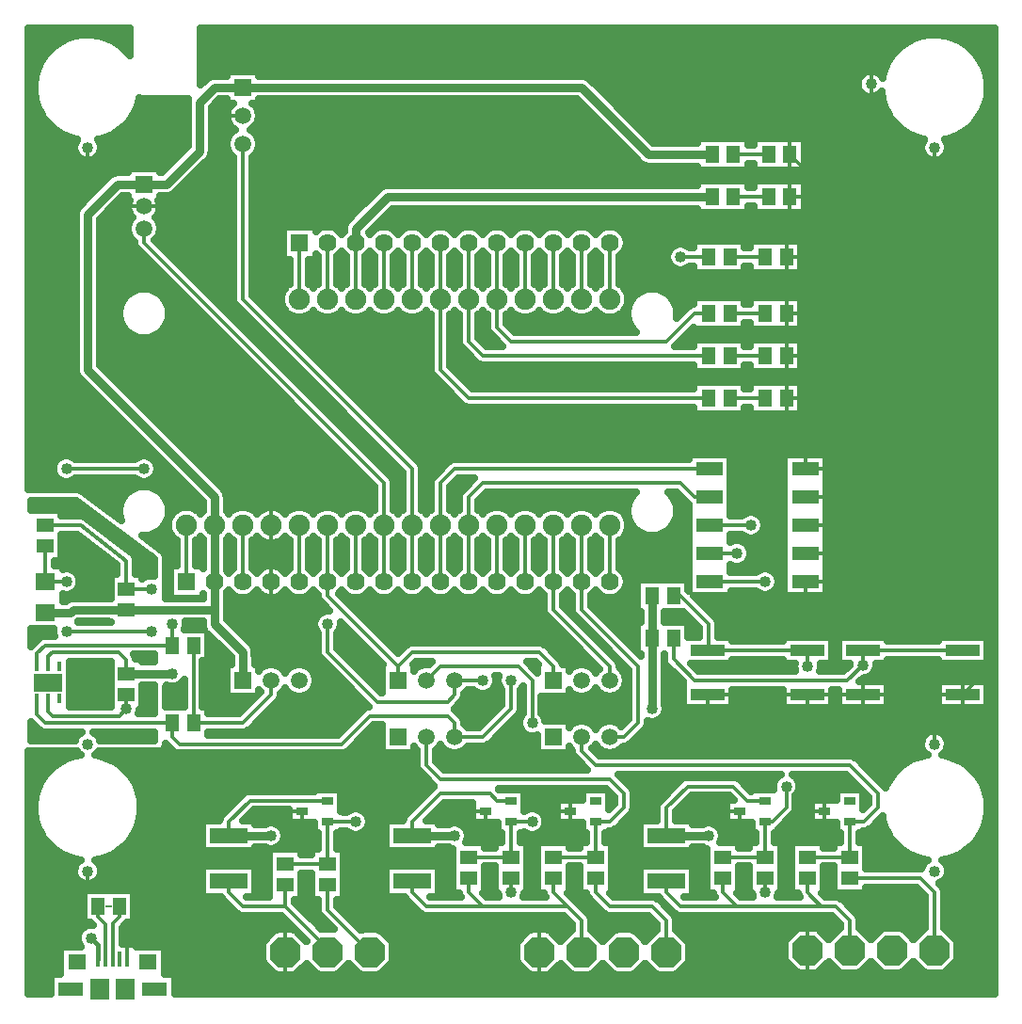
<source format=gbr>
G04 DipTrace 3.3.1.3*
G04 Top.gbr*
%MOIN*%
G04 #@! TF.FileFunction,Copper,L1,Top*
G04 #@! TF.Part,Single*
%AMOUTLINE0*
4,1,8,
0.05456,0.0226,
0.05456,-0.0226,
0.0226,-0.05456,
-0.0226,-0.05456,
-0.05456,-0.0226,
-0.05456,0.0226,
-0.0226,0.05456,
0.0226,0.05456,
0.05456,0.0226,
0*%
G04 #@! TA.AperFunction,Conductor*
%ADD14C,0.012992*%
%ADD15C,0.03*%
G04 #@! TA.AperFunction,CopperBalancing*
%ADD16C,0.013*%
G04 #@! TA.AperFunction,Conductor*
%ADD17C,0.015*%
G04 #@! TA.AperFunction,CopperBalancing*
%ADD18C,0.025*%
%ADD21R,0.059055X0.051181*%
%ADD22R,0.051181X0.059055*%
G04 #@! TA.AperFunction,ComponentPad*
%ADD23R,0.059055X0.059055*%
%ADD24C,0.059055*%
%ADD26R,0.015748X0.05315*%
%ADD27R,0.062992X0.055118*%
%ADD28R,0.090551X0.051181*%
%ADD29R,0.070866X0.074803*%
G04 #@! TA.AperFunction,ComponentPad*
%ADD30R,0.06378X0.06378*%
%ADD31C,0.06378*%
%ADD32R,0.133858X0.055118*%
%ADD33R,0.122047X0.03937*%
%ADD34R,0.096063X0.048425*%
%ADD36R,0.041339X0.025591*%
G04 #@! TA.AperFunction,ComponentPad*
%ADD37C,0.075*%
%ADD39R,0.017717X0.033465*%
%ADD40R,0.070866X0.062992*%
G04 #@! TA.AperFunction,ViaPad*
%ADD41C,0.04*%
G04 #@! TA.AperFunction,ComponentPad*
%ADD92OUTLINE0*%
%FSLAX26Y26*%
G04*
G70*
G90*
G75*
G01*
G04 Top*
%LPD*%
X2193700Y3093700D2*
D14*
Y2893700D1*
X1343700Y893700D2*
X1493700D1*
Y1043700D2*
Y893700D1*
Y1043700D2*
X1593700D1*
X1093700Y1893700D2*
D15*
Y2093700D1*
X2643700Y1843700D2*
Y1693700D1*
X1193700Y1543700D2*
Y1643700D1*
X1093700Y1743700D1*
Y1793700D1*
Y1893700D1*
Y2093700D2*
Y2193700D1*
X643700Y2643700D1*
Y3193700D1*
X751180Y3301180D1*
X843700D1*
X1143700Y993700D2*
X1293700D1*
X1943700D2*
X1793700D1*
X2693700D2*
X2843700D1*
X2643700Y1443700D2*
Y1693700D1*
X493700Y1783464D2*
X583464D1*
X593700Y1793700D1*
X781200D1*
Y1568700D2*
D16*
Y1615447D1*
X752947Y1643700D1*
X518700D1*
X504330Y1629330D1*
Y1593700D1*
X781200Y1793700D2*
D15*
X1093700D1*
X781200Y1568700D2*
X943700D1*
X1493700Y1118503D2*
D16*
X1218503D1*
X1143700Y1043700D1*
Y993700D1*
X2143700Y1118503D2*
X2093897D1*
X2068700Y1143700D1*
X1893700D1*
X1793700Y1043700D1*
Y993700D1*
X3043700Y1118503D2*
X2981397D1*
X2931200Y1168700D1*
X2768700D1*
X2693700Y1093700D1*
Y993700D1*
X843700Y3301180D2*
D15*
X923720D1*
X1041239Y3418700D1*
Y3591239D1*
X1093700Y3643700D1*
X1193700D1*
X2393700D1*
X2631200Y3406200D1*
X2856200D1*
X1593700Y3093700D2*
D14*
Y2893700D1*
X2856200Y3256200D2*
D15*
X1706200D1*
X1593700Y3143700D1*
Y3093700D1*
X681200Y556200D2*
D17*
Y606200D1*
X656200Y631200D1*
X1493700Y2093700D2*
D14*
Y1893700D1*
X2293700Y1543700D2*
Y1593700D1*
X2243700Y1643700D1*
X1793700D1*
X1743700Y1593700D1*
Y1543700D1*
Y1593700D2*
X1493700Y1843700D1*
Y1893700D1*
X1593700D2*
Y2093700D1*
X1293700D2*
Y1893700D1*
X3131003Y3406200D2*
X3131200D1*
X3243700Y3293700D1*
Y3193700D1*
Y3043700D1*
Y2848669D1*
Y2693700D1*
Y2543700D1*
Y2443700D1*
X3293700Y2393700D1*
Y2293700D1*
Y2193700D1*
Y2093700D1*
Y1993700D1*
Y1893700D1*
Y1843700D1*
X3393700Y1743700D1*
X3793700D1*
X3843700Y1693700D1*
Y1593700D1*
X3743700Y1493700D1*
X3118503Y3043700D2*
X3243700D1*
X3118503Y2843700D2*
X3238731D1*
X3243700Y2848669D1*
X3118503Y2693700D2*
X3243700D1*
X3118503Y2543700D2*
X3243700D1*
X3185826Y2293700D2*
X3293700D1*
X3185826Y2193700D2*
X3293700D1*
X3185826Y2093700D2*
X3293700D1*
X3185826Y1993700D2*
X3293700D1*
X3185826Y1893700D2*
X3293700D1*
X3743700Y1493700D2*
X3389369D1*
X3193700D1*
X2839369D1*
X3643700D2*
X3743700D1*
X3131003Y3256200D2*
X3243700D1*
Y3193700D1*
X781200Y1868503D2*
Y1968700D1*
X618700Y2093700D1*
X493700D1*
X504330Y1479527D2*
Y1433070D1*
X518700Y1418700D1*
X756200D1*
X781200Y1443700D1*
Y1493897D1*
X843700Y3222440D2*
X772440D1*
X718700Y3168700D1*
Y2768700D1*
X1293700Y2193700D1*
Y2093700D1*
X843700Y3222440D2*
X964960D1*
X1093700Y3351180D1*
Y3493700D1*
X1143700Y3543700D1*
X1193700D1*
X3253149Y1081102D2*
X3181298D1*
X1243700Y1068700D2*
X1318700D1*
X1331102Y1081102D1*
X1403149D1*
X2053149D2*
X1981298D1*
X1643700Y1243700D2*
X1418700D1*
X1343700Y1168700D1*
X3193700Y1418700D2*
Y1493700D1*
X781200Y1868503D2*
X868503D1*
X781200Y1493897D2*
D3*
X868503Y1718700D2*
X568700D1*
X2353149Y1081102D2*
X2281298D1*
X2793798D2*
X2953149D1*
X2893798D2*
X2953149D1*
X1893700Y2093700D2*
Y1893700D1*
X2847243Y2293700D2*
X1943700D1*
X1893700Y2243700D1*
Y2093700D1*
X1993700Y1893700D2*
Y2093700D1*
X2847243Y2193700D2*
X2793700D1*
X2743700Y2243700D1*
X2043700D1*
X1993700Y2193700D1*
Y2093700D1*
X2093700D2*
Y1893700D1*
X2847243Y2093700D2*
X2993700D1*
X2193700Y1893700D2*
Y2093700D1*
X2847243Y1993700D2*
X2943700D1*
X2293700Y2893700D2*
Y3093700D1*
X2847243Y1893700D2*
X3043700D1*
X1493700Y2893700D2*
Y3093700D1*
X1793700Y1893700D2*
Y2093700D1*
X1193700Y3443700D2*
Y2893700D1*
X1793700Y2293700D1*
Y2093700D1*
X2093700Y2893700D2*
Y2793700D1*
X2143700Y2743700D1*
X2693700D1*
X2793700Y2843700D1*
X2843700D1*
X2093700Y2893700D2*
Y3093700D1*
X1993700D2*
Y2893700D1*
X2843700Y2693700D2*
X2043700D1*
X1993700Y2743700D1*
Y2893700D1*
X2843700Y2543700D2*
X1993700D1*
X1893700Y2643700D1*
Y2893700D1*
Y3093700D1*
X1393700D2*
Y2893700D1*
X2843700Y3043700D2*
X2743700D1*
X1393700Y1893700D2*
Y2093700D1*
X493700Y2018897D2*
Y1893700D1*
X568700D1*
Y2293700D2*
X843700D1*
X1193700Y1893700D2*
Y2093700D1*
X2493700D2*
Y1893700D1*
X2693700Y581200D2*
Y693700D1*
X2643700Y743700D1*
X2493700D1*
X2443700Y793700D1*
Y843700D1*
X3043700Y2843700D2*
X2918503D1*
X2893700Y918503D2*
X3043700D1*
Y1043700D1*
X3068700D1*
X3118700Y1093700D1*
Y1168700D1*
X3043700Y793700D2*
Y843700D1*
X3193700Y918503D2*
X3343700D1*
Y1043700D1*
X2393700Y1343700D2*
Y1293700D1*
X2443700Y1243700D1*
X3343700D1*
X3443700Y1143700D1*
Y1093700D1*
X3393700Y1043700D1*
X3343700D1*
X2931003Y3406200D2*
X3056200D1*
X3343700Y843700D2*
X3593700D1*
X3643700Y793700D1*
Y587451D1*
X3056200Y3256200D2*
X2931003D1*
X2918503Y3043700D2*
X3043700D1*
X2918503Y2693700D2*
X3043700D1*
Y2543700D2*
X2918503D1*
X1293700Y1543700D2*
Y1493700D1*
X1193700Y1393700D1*
X1018503D1*
Y1668700D1*
X1493700Y818897D2*
Y731200D1*
X1643700Y581200D1*
X1493700D2*
Y593700D1*
X1343700Y743700D1*
Y818897D1*
X1143700Y832283D2*
Y793700D1*
X1193700Y743700D1*
X1343700D1*
X1993700Y918503D2*
X2143700D1*
Y1043700D1*
X2218700D1*
Y1393700D2*
Y1543700D1*
X2168700Y1593700D1*
X1893700D1*
X1843700Y1543700D1*
X2143700Y793700D2*
Y843700D1*
X2393700Y581200D2*
Y693700D1*
X2343700Y743700D1*
X2043700D1*
X1843700D1*
X1793700Y793700D1*
Y832283D1*
X2293700Y843700D2*
Y793700D1*
X2343700Y743700D1*
X1993700Y843700D2*
Y793700D1*
X2043700Y743700D1*
X1843700Y1343700D2*
Y1243700D1*
X1893700Y1193700D1*
X2493700D1*
X2543700Y1143700D1*
Y1093700D1*
X2493700Y1043700D1*
X2443700D1*
Y918503D2*
Y1043700D1*
X2293700Y918503D2*
X2443700D1*
X3343700Y587451D2*
Y693700D1*
X3293700Y743700D1*
X3243700D1*
X3193700Y793700D1*
Y843700D1*
X2893700D2*
Y793700D1*
X2943700Y743700D1*
X3240281D1*
X3193700Y793700D1*
X2693700Y832283D2*
Y793700D1*
X2743700Y743700D1*
X2943700D1*
X732381Y556200D2*
Y682381D1*
X756003Y706003D1*
Y743700D1*
X706791Y556200D2*
Y680609D1*
X681200Y706200D1*
Y743700D1*
X1693700Y2093700D2*
Y1893700D1*
X843700Y3143700D2*
Y3093700D1*
X1693700Y2243700D1*
Y2093700D1*
X993700Y1893700D2*
Y2093700D1*
X1693700Y2893700D2*
Y3093700D1*
X3193700Y1651180D2*
X2839369D1*
X3193700D2*
Y1593700D1*
X2718503Y1843700D2*
X2743700D1*
X2843700Y1743700D1*
Y1655511D1*
X2839369Y1651180D1*
X1793700Y3093700D2*
Y2893700D1*
X3743700Y1651180D2*
X3389369D1*
Y1598031D1*
X2718503Y1693700D2*
Y1618897D1*
X2793700Y1543700D1*
X3335039D1*
X3389369Y1598031D1*
X2393700Y3093700D2*
Y2893700D1*
X1943700Y1543700D2*
X2043700D1*
X464960Y1593700D2*
Y1639960D1*
X493700Y1668700D1*
X718700D1*
X943700D1*
Y1743700D1*
X1493700D2*
Y1643700D1*
X1668700Y1468700D1*
X1918700D1*
X1943700Y1493700D1*
Y1543700D1*
X2493700Y2893700D2*
Y3093700D1*
X2143700Y1543700D2*
Y1443700D1*
X2043700Y1343700D1*
X1943700D1*
X943700Y1393700D2*
X493700D1*
X464960Y1422440D1*
Y1479527D1*
X943700Y1393700D2*
Y1343700D1*
X968700Y1318700D1*
X1543700D1*
X1643700Y1418700D1*
X1918700D1*
X1943700Y1393700D1*
Y1343700D1*
X2293700Y2093700D2*
Y1893700D1*
X2493700Y1543700D2*
Y1593700D1*
X2293700Y1793700D1*
Y1893700D1*
X2393700D2*
Y2093700D1*
X2493700Y1343700D2*
X2543700D1*
X2593700Y1393700D1*
Y1593700D1*
X2393700Y1793700D1*
Y1893700D1*
D41*
X1593700Y1043700D3*
X1293700Y993700D3*
X1943700D3*
X2843700D3*
X2643700Y1443700D3*
X2843700Y993700D3*
X943700Y1568700D3*
X656200Y631200D3*
X3181298Y1081102D3*
X1243700Y1068700D3*
X1981298Y1081102D3*
X1643700Y1243700D3*
X1343700Y1168700D3*
X3193700Y1418700D3*
X3181298Y1081102D3*
X868503Y1868503D3*
X781200Y1443700D3*
X868503Y1718700D3*
X568700D3*
X868503Y1868503D3*
X2281298Y1081102D3*
X2793798D3*
X2893798D3*
X3181298D3*
X2993700Y2093700D3*
X2943700Y1993700D3*
X3043700Y1893700D3*
X2743700Y3043700D3*
X568700Y1893700D3*
Y2293700D3*
X843700D3*
X3118700Y1168700D3*
X3043700Y793700D3*
X2218700Y1043700D3*
Y1393700D3*
X2143700Y793700D3*
X3193700Y1593700D3*
X3389369Y1598031D3*
X2043700Y1543700D3*
X943700Y1743700D3*
X1493700D3*
X2143700Y1543700D3*
X643700Y1318700D3*
Y868700D3*
X3643700D3*
Y1318700D3*
Y3431200D3*
X3418700Y3656200D3*
X643700Y3431200D3*
X434718Y3830331D2*
D18*
X621842D1*
X665561D2*
X790210D1*
X1047189D2*
X3621868D1*
X3665551D2*
X3852710D1*
X434718Y3805462D2*
X546126D1*
X741277D2*
X790210D1*
X1047189D2*
X3546116D1*
X3741266D2*
X3852710D1*
X434718Y3780594D2*
X512897D1*
X774505D2*
X790210D1*
X1047189D2*
X3512887D1*
X3774531D2*
X3852710D1*
X434718Y3755725D2*
X490685D1*
X1047189D2*
X3490675D1*
X3796707D2*
X3852710D1*
X434718Y3730856D2*
X475040D1*
X1047189D2*
X3475029D1*
X3812353D2*
X3852710D1*
X434718Y3705987D2*
X464203D1*
X1047189D2*
X3464192D1*
X3823190D2*
X3852710D1*
X434718Y3681119D2*
X457349D1*
X1047189D2*
X1073265D1*
X2414161D2*
X3376958D1*
X3830080D2*
X3852710D1*
X434718Y3656250D2*
X453976D1*
X2442331D2*
X3369709D1*
X3833417D2*
X3852710D1*
X434718Y3631381D2*
X453976D1*
X2467198D2*
X3376886D1*
X3833417D2*
X3852710D1*
X434718Y3606512D2*
X457277D1*
X2492066D2*
X3457303D1*
X3830116D2*
X3852710D1*
X434718Y3581644D2*
X464131D1*
X823272D2*
X997226D1*
X1092834D2*
X1149985D1*
X1237411D2*
X2394557D1*
X2516934D2*
X3464121D1*
X3823262D2*
X3852710D1*
X434718Y3556775D2*
X474932D1*
X812471D2*
X997226D1*
X1085226D2*
X1136708D1*
X1250688D2*
X2419424D1*
X2541801D2*
X3474922D1*
X3812496D2*
X3852710D1*
X434718Y3531906D2*
X490506D1*
X796897D2*
X997226D1*
X1085226D2*
X1136421D1*
X1250976D2*
X2444292D1*
X2566669D2*
X3490496D1*
X3796887D2*
X3852710D1*
X434718Y3507037D2*
X512646D1*
X774756D2*
X997226D1*
X1085226D2*
X1148837D1*
X1238560D2*
X2469160D1*
X2591537D2*
X3512636D1*
X3774782D2*
X3852710D1*
X434718Y3482169D2*
X545732D1*
X741671D2*
X997226D1*
X1085226D2*
X1150452D1*
X1236945D2*
X2494028D1*
X2616405D2*
X3545721D1*
X3741661D2*
X3852710D1*
X434718Y3457300D2*
X602716D1*
X684687D2*
X997226D1*
X1085226D2*
X1136852D1*
X1250545D2*
X2518895D1*
X2641272D2*
X2801627D1*
X2985581D2*
X3001609D1*
X3185600D2*
X3602705D1*
X3684677D2*
X3852710D1*
X434718Y3432431D2*
X594713D1*
X692689D2*
X993781D1*
X1085226D2*
X1136313D1*
X1251083D2*
X2543763D1*
X3185600D2*
X3594703D1*
X3692679D2*
X3852710D1*
X434718Y3407562D2*
X601173D1*
X686230D2*
X968914D1*
X1083719D2*
X1148371D1*
X1239026D2*
X2568631D1*
X3185600D2*
X3601162D1*
X3686256D2*
X3852710D1*
X434718Y3382693D2*
X944046D1*
X1066423D2*
X1158203D1*
X1229194D2*
X2593534D1*
X3185600D2*
X3852710D1*
X434718Y3357825D2*
X919178D1*
X1041555D2*
X1158203D1*
X1229194D2*
X2801627D1*
X2985581D2*
X3001609D1*
X3185600D2*
X3852710D1*
X434718Y3332956D2*
X721995D1*
X1016688D2*
X1158203D1*
X1229194D2*
X3852710D1*
X434718Y3308087D2*
X696912D1*
X991820D2*
X1158203D1*
X1229194D2*
X2801627D1*
X2985581D2*
X3001609D1*
X3185600D2*
X3852710D1*
X434718Y3283218D2*
X672044D1*
X966952D2*
X1158203D1*
X1229194D2*
X1672028D1*
X3185600D2*
X3852710D1*
X434718Y3258350D2*
X647176D1*
X769553D2*
X785187D1*
X902217D2*
X1158203D1*
X1229194D2*
X1647161D1*
X3185600D2*
X3852710D1*
X434718Y3233481D2*
X622308D1*
X744686D2*
X786263D1*
X901141D2*
X1158203D1*
X1229194D2*
X1622293D1*
X3185600D2*
X3852710D1*
X434718Y3208612D2*
X602464D1*
X719818D2*
X786909D1*
X900495D2*
X1158203D1*
X1229194D2*
X1597425D1*
X1719802D2*
X2801627D1*
X2985581D2*
X3001609D1*
X3185600D2*
X3852710D1*
X434718Y3183743D2*
X599701D1*
X694950D2*
X800689D1*
X886715D2*
X1158203D1*
X1229194D2*
X1572558D1*
X1694935D2*
X3852710D1*
X434718Y3158875D2*
X599701D1*
X687701D2*
X787268D1*
X900136D2*
X1158203D1*
X1229194D2*
X1552570D1*
X1670067D2*
X3852710D1*
X434718Y3134006D2*
X599701D1*
X687701D2*
X786012D1*
X901392D2*
X1158203D1*
X1229194D2*
X1332815D1*
X1538444D2*
X1548942D1*
X1738462D2*
X1748964D1*
X1838436D2*
X1848938D1*
X1938445D2*
X1948947D1*
X2038454D2*
X2048956D1*
X2138463D2*
X2148965D1*
X2238437D2*
X2248939D1*
X2338446D2*
X2348983D1*
X2438455D2*
X2448980D1*
X2538464D2*
X3852710D1*
X434718Y3109137D2*
X599701D1*
X687701D2*
X797100D1*
X890304D2*
X1158203D1*
X1229194D2*
X1332815D1*
X2552495D2*
X3852710D1*
X434718Y3084268D2*
X599701D1*
X687701D2*
X809588D1*
X902289D2*
X1158203D1*
X1229194D2*
X1332815D1*
X2553823D2*
X2718483D1*
X2768912D2*
X2789103D1*
X2973094D2*
X2989122D1*
X3173076D2*
X3852710D1*
X434718Y3059399D2*
X599701D1*
X687701D2*
X828822D1*
X927157D2*
X1158203D1*
X1229194D2*
X1332815D1*
X2543452D2*
X2697419D1*
X3173076D2*
X3852710D1*
X434718Y3034531D2*
X599701D1*
X687701D2*
X853690D1*
X952024D2*
X1158203D1*
X1229194D2*
X1358221D1*
X1429212D2*
X1458195D1*
X1529186D2*
X1558204D1*
X1629195D2*
X1658213D1*
X1729204D2*
X1758186D1*
X1829213D2*
X1858196D1*
X1929187D2*
X1958205D1*
X2029196D2*
X2058214D1*
X2129205D2*
X2158187D1*
X2229178D2*
X2258197D1*
X2329188D2*
X2358206D1*
X2429197D2*
X2458215D1*
X2529206D2*
X2695625D1*
X3173076D2*
X3852710D1*
X434718Y3009662D2*
X599701D1*
X687701D2*
X878557D1*
X976892D2*
X1158203D1*
X1229194D2*
X1358221D1*
X1429212D2*
X1458195D1*
X1529186D2*
X1558204D1*
X1629195D2*
X1658213D1*
X1729204D2*
X1758186D1*
X1829213D2*
X1858196D1*
X1929187D2*
X1958205D1*
X2029196D2*
X2058214D1*
X2129205D2*
X2158187D1*
X2229178D2*
X2258197D1*
X2329188D2*
X2358206D1*
X2429197D2*
X2458215D1*
X2529206D2*
X2709512D1*
X2777884D2*
X2789105D1*
X2973094D2*
X2989122D1*
X3173076D2*
X3852710D1*
X434718Y2984793D2*
X599701D1*
X687701D2*
X903461D1*
X1001760D2*
X1158203D1*
X1229194D2*
X1358221D1*
X1429212D2*
X1458195D1*
X1529186D2*
X1558204D1*
X1629195D2*
X1658213D1*
X1729204D2*
X1758186D1*
X1829213D2*
X1858196D1*
X1929187D2*
X1958205D1*
X2029196D2*
X2058214D1*
X2129205D2*
X2158187D1*
X2229178D2*
X2258197D1*
X2329188D2*
X2358206D1*
X2429197D2*
X2458215D1*
X2529206D2*
X3852710D1*
X434718Y2959924D2*
X599701D1*
X687701D2*
X928329D1*
X1026628D2*
X1158203D1*
X1229194D2*
X1358221D1*
X1429212D2*
X1458195D1*
X1529186D2*
X1558204D1*
X1629195D2*
X1658213D1*
X1729204D2*
X1758186D1*
X1829213D2*
X1858196D1*
X1929187D2*
X1958205D1*
X2029196D2*
X2058214D1*
X2129205D2*
X2158187D1*
X2229178D2*
X2258197D1*
X2329188D2*
X2358206D1*
X2429197D2*
X2458215D1*
X2529206D2*
X3852710D1*
X434718Y2935056D2*
X599701D1*
X687701D2*
X953196D1*
X1051495D2*
X1158203D1*
X1229194D2*
X1342360D1*
X2545031D2*
X3852710D1*
X434718Y2910187D2*
X599701D1*
X687701D2*
X784110D1*
X903294D2*
X978064D1*
X1076363D2*
X1158203D1*
X1229194D2*
X1329370D1*
X2558057D2*
X2584097D1*
X2703280D2*
X3852710D1*
X434718Y2885318D2*
X599701D1*
X687701D2*
X764087D1*
X923317D2*
X1002932D1*
X1101231D2*
X1159279D1*
X1251263D2*
X1327756D1*
X2723304D2*
X2789103D1*
X2973094D2*
X2989122D1*
X3173076D2*
X3852710D1*
X434718Y2860449D2*
X599701D1*
X687701D2*
X755188D1*
X932216D2*
X1027800D1*
X1126099D2*
X1177796D1*
X1276130D2*
X1336511D1*
X2732203D2*
X2761293D1*
X3173076D2*
X3852710D1*
X434718Y2835581D2*
X599701D1*
X687701D2*
X753932D1*
X933436D2*
X1052667D1*
X1150966D2*
X1202663D1*
X1300998D2*
X1364393D1*
X1423004D2*
X1464403D1*
X1523014D2*
X1564412D1*
X1622987D2*
X1664385D1*
X1722996D2*
X1764394D1*
X1823005D2*
X1858196D1*
X1929187D2*
X1958205D1*
X2029196D2*
X2058214D1*
X2129205D2*
X2164395D1*
X2223006D2*
X2264405D1*
X2323016D2*
X2364414D1*
X2422989D2*
X2464387D1*
X2522998D2*
X2553954D1*
X3173076D2*
X3852710D1*
X434718Y2810712D2*
X599701D1*
X687701D2*
X760032D1*
X927372D2*
X1077535D1*
X1175834D2*
X1227531D1*
X1325866D2*
X1858196D1*
X1929187D2*
X1958205D1*
X2029196D2*
X2058214D1*
X2129205D2*
X2560019D1*
X3173076D2*
X3852710D1*
X434718Y2785843D2*
X599701D1*
X687701D2*
X775390D1*
X912014D2*
X1102403D1*
X1200738D2*
X1252399D1*
X1350734D2*
X1858196D1*
X1929187D2*
X1958205D1*
X2029196D2*
X2059147D1*
X2150736D2*
X2575377D1*
X2784989D2*
X3852710D1*
X434718Y2760974D2*
X599701D1*
X687701D2*
X812279D1*
X875125D2*
X1127271D1*
X1225605D2*
X1277267D1*
X1375601D2*
X1858196D1*
X1929187D2*
X1958205D1*
X2029196D2*
X2077269D1*
X2760121D2*
X3852710D1*
X434718Y2736106D2*
X599701D1*
X687701D2*
X1152138D1*
X1250473D2*
X1302134D1*
X1400469D2*
X1858196D1*
X1929187D2*
X1959102D1*
X2050475D2*
X2102136D1*
X2735253D2*
X2789103D1*
X2973094D2*
X2989122D1*
X3173076D2*
X3852710D1*
X434718Y2711237D2*
X599701D1*
X687701D2*
X1177006D1*
X1275341D2*
X1327002D1*
X1425337D2*
X1858196D1*
X1929187D2*
X1977008D1*
X3173076D2*
X3852710D1*
X434718Y2686368D2*
X599701D1*
X687701D2*
X1201874D1*
X1300209D2*
X1351870D1*
X1450205D2*
X1858196D1*
X1929187D2*
X2001876D1*
X3173076D2*
X3852710D1*
X434718Y2661499D2*
X599701D1*
X687701D2*
X1226742D1*
X1325076D2*
X1376738D1*
X1475072D2*
X1858196D1*
X1929187D2*
X2033992D1*
X3173076D2*
X3852710D1*
X434718Y2636630D2*
X600311D1*
X711959D2*
X1251609D1*
X1349944D2*
X1401605D1*
X1499940D2*
X1858985D1*
X1949928D2*
X3852710D1*
X434718Y2611762D2*
X614450D1*
X736827D2*
X1276477D1*
X1374812D2*
X1426473D1*
X1524808D2*
X1876461D1*
X1974795D2*
X3852710D1*
X434718Y2586893D2*
X639317D1*
X761695D2*
X1301345D1*
X1399680D2*
X1451341D1*
X1549675D2*
X1901328D1*
X1999663D2*
X2789103D1*
X2973094D2*
X2989122D1*
X3173076D2*
X3852710D1*
X434718Y2562024D2*
X664185D1*
X786562D2*
X1326213D1*
X1424547D2*
X1476208D1*
X1574543D2*
X1926196D1*
X3173076D2*
X3852710D1*
X434718Y2537155D2*
X689053D1*
X811430D2*
X1351080D1*
X1449415D2*
X1501076D1*
X1599411D2*
X1951064D1*
X3173076D2*
X3852710D1*
X434718Y2512287D2*
X713921D1*
X836298D2*
X1375948D1*
X1474283D2*
X1525944D1*
X1624279D2*
X1981099D1*
X3173076D2*
X3852710D1*
X434718Y2487418D2*
X738788D1*
X861166D2*
X1400816D1*
X1499151D2*
X1550812D1*
X1649146D2*
X3852710D1*
X434718Y2462549D2*
X763656D1*
X886033D2*
X1425684D1*
X1524018D2*
X1575679D1*
X1674014D2*
X3852710D1*
X434718Y2437680D2*
X788524D1*
X910901D2*
X1450551D1*
X1548886D2*
X1600547D1*
X1698882D2*
X3852710D1*
X434718Y2412812D2*
X813392D1*
X935769D2*
X1475419D1*
X1573754D2*
X1625415D1*
X1723750D2*
X3852710D1*
X434718Y2387943D2*
X838259D1*
X960637D2*
X1500287D1*
X1598622D2*
X1650283D1*
X1748617D2*
X3852710D1*
X434718Y2363074D2*
X863127D1*
X985504D2*
X1525154D1*
X1623489D2*
X1675150D1*
X1773485D2*
X3852710D1*
X434718Y2338205D2*
X552729D1*
X584678D2*
X827709D1*
X859658D2*
X887995D1*
X1010372D2*
X1550022D1*
X1648357D2*
X1700018D1*
X1798353D2*
X2770228D1*
X2924291D2*
X3108795D1*
X3262858D2*
X3852710D1*
X434718Y2313336D2*
X524057D1*
X888366D2*
X912863D1*
X1035240D2*
X1574890D1*
X1673225D2*
X1724886D1*
X1822718D2*
X1914175D1*
X2924291D2*
X3108795D1*
X3262858D2*
X3852710D1*
X434718Y2288468D2*
X520003D1*
X892421D2*
X937730D1*
X1060108D2*
X1599758D1*
X1698092D2*
X1749754D1*
X1829213D2*
X1889307D1*
X2924291D2*
X3108795D1*
X3262858D2*
X3852710D1*
X434718Y2263599D2*
X530768D1*
X881655D2*
X962598D1*
X1084975D2*
X1624625D1*
X1722530D2*
X1758186D1*
X1829213D2*
X1864870D1*
X2924291D2*
X3108795D1*
X3262858D2*
X3852710D1*
X434718Y2238730D2*
X987466D1*
X1109843D2*
X1649493D1*
X1729204D2*
X1758186D1*
X1829213D2*
X1858196D1*
X1937907D2*
X1989568D1*
X2924291D2*
X3108795D1*
X3262858D2*
X3852710D1*
X626017Y2213861D2*
X788703D1*
X898700D2*
X1012334D1*
X1132486D2*
X1658213D1*
X1729204D2*
X1758186D1*
X1829213D2*
X1858196D1*
X1929187D2*
X1965095D1*
X2924291D2*
X3108795D1*
X3262858D2*
X3852710D1*
X659640Y2188993D2*
X766168D1*
X921236D2*
X1037201D1*
X1137689D2*
X1658213D1*
X1729204D2*
X1758186D1*
X1829213D2*
X1858196D1*
X1929187D2*
X1958205D1*
X2038167D2*
X2566191D1*
X2721222D2*
X2749236D1*
X2924291D2*
X3108795D1*
X3262858D2*
X3852710D1*
X693299Y2164124D2*
X755977D1*
X931427D2*
X1049689D1*
X1137689D2*
X1658213D1*
X1729204D2*
X1758186D1*
X1829213D2*
X1858196D1*
X1929187D2*
X1958205D1*
X2029196D2*
X2556000D1*
X2731414D2*
X2770228D1*
X2924291D2*
X3108795D1*
X3262858D2*
X3852710D1*
X726959Y2139255D2*
X753680D1*
X933723D2*
X946235D1*
X2541156D2*
X2553667D1*
X2733710D2*
X2770228D1*
X2924291D2*
X2981873D1*
X3005533D2*
X3108795D1*
X3262858D2*
X3852710D1*
X2728794Y2114386D2*
X2770228D1*
X3037829D2*
X3108795D1*
X3262858D2*
X3852710D1*
X915064Y2089518D2*
X927324D1*
X2560067D2*
X2572327D1*
X2715086D2*
X2770228D1*
X3042529D2*
X3108795D1*
X3262858D2*
X3852710D1*
X884024Y2064649D2*
X934178D1*
X2553213D2*
X2603367D1*
X2684011D2*
X2770228D1*
X3032518D2*
X3108795D1*
X3262858D2*
X3852710D1*
X861524Y2039780D2*
X956713D1*
X1030683D2*
X1049689D1*
X1137689D2*
X1156732D1*
X1230665D2*
X1256741D1*
X1330674D2*
X1356714D1*
X1430684D2*
X1456723D1*
X1530693D2*
X1556733D1*
X1630666D2*
X1656706D1*
X1730675D2*
X1756715D1*
X1830685D2*
X1856724D1*
X1930694D2*
X1956734D1*
X2030667D2*
X2056707D1*
X2130676D2*
X2156716D1*
X2230686D2*
X2256725D1*
X2330659D2*
X2356735D1*
X2430668D2*
X2456708D1*
X2530677D2*
X2770228D1*
X2924291D2*
X2934967D1*
X2952424D2*
X3108795D1*
X3262858D2*
X3852710D1*
X895184Y2014911D2*
X958220D1*
X1029211D2*
X1049689D1*
X1137689D2*
X1158203D1*
X1229194D2*
X1358221D1*
X1429212D2*
X1458195D1*
X1529186D2*
X1558204D1*
X1629195D2*
X1658213D1*
X1729204D2*
X1758186D1*
X1829213D2*
X1858196D1*
X1929187D2*
X1958205D1*
X2029196D2*
X2058214D1*
X2129205D2*
X2158187D1*
X2229178D2*
X2258197D1*
X2329188D2*
X2358206D1*
X2429197D2*
X2458215D1*
X2529206D2*
X2770228D1*
X2987591D2*
X3108795D1*
X3262858D2*
X3852710D1*
X921164Y1990043D2*
X958220D1*
X1029211D2*
X1049689D1*
X1137689D2*
X1158203D1*
X1229194D2*
X1358221D1*
X1429212D2*
X1458195D1*
X1529186D2*
X1558204D1*
X1629195D2*
X1658213D1*
X1729204D2*
X1758186D1*
X1829213D2*
X1858196D1*
X1929187D2*
X1958205D1*
X2029196D2*
X2058214D1*
X2129205D2*
X2158187D1*
X2229178D2*
X2258197D1*
X2329188D2*
X2358206D1*
X2429197D2*
X2458215D1*
X2529206D2*
X2770228D1*
X2992543D2*
X3108795D1*
X3262858D2*
X3852710D1*
X922707Y1965174D2*
X958220D1*
X1029211D2*
X1049689D1*
X1137689D2*
X1158203D1*
X1229194D2*
X1358221D1*
X1429212D2*
X1458195D1*
X1529186D2*
X1558204D1*
X1629195D2*
X1658213D1*
X1729204D2*
X1758186D1*
X1829213D2*
X1858196D1*
X1929187D2*
X1958205D1*
X2029196D2*
X2058214D1*
X2129205D2*
X2158187D1*
X2229178D2*
X2258197D1*
X2329188D2*
X2358206D1*
X2429197D2*
X2458215D1*
X2529206D2*
X2770228D1*
X2982926D2*
X3108795D1*
X3262858D2*
X3852710D1*
X922707Y1940305D2*
X932828D1*
X1137689D2*
X1156014D1*
X1231383D2*
X1256023D1*
X1331392D2*
X1356032D1*
X1431365D2*
X1456042D1*
X1531375D2*
X1556015D1*
X1631384D2*
X1656024D1*
X1731393D2*
X1756033D1*
X1831366D2*
X1856007D1*
X1931376D2*
X1956016D1*
X2031385D2*
X2056025D1*
X2131358D2*
X2156034D1*
X2231367D2*
X2256008D1*
X2331377D2*
X2356017D1*
X2431386D2*
X2456026D1*
X2531359D2*
X2770228D1*
X2924291D2*
X3108795D1*
X3262858D2*
X3852710D1*
X922707Y1915436D2*
X932828D1*
X2550378D2*
X2770228D1*
X3087313D2*
X3108795D1*
X3262858D2*
X3852710D1*
X922707Y1890567D2*
X932828D1*
X2554504D2*
X2589121D1*
X3092588D2*
X3108795D1*
X3262858D2*
X3852710D1*
X922707Y1865699D2*
X932828D1*
X2547435D2*
X2589121D1*
X3083330D2*
X3108795D1*
X3262858D2*
X3852710D1*
X922707Y1840830D2*
X932828D1*
X1137689D2*
X1166420D1*
X1220976D2*
X1266430D1*
X1320986D2*
X1366403D1*
X1420995D2*
X1458338D1*
X1545728D2*
X1566421D1*
X1620977D2*
X1666431D1*
X1720987D2*
X1766404D1*
X1820996D2*
X1866413D1*
X1920969D2*
X1966422D1*
X2020978D2*
X2066432D1*
X2120988D2*
X2166405D1*
X2220997D2*
X2258197D1*
X2329188D2*
X2358206D1*
X2429197D2*
X2466433D1*
X2520989D2*
X2589121D1*
X2795718D2*
X3852710D1*
X1137689Y1815961D2*
X1472261D1*
X1570596D2*
X2258197D1*
X2329188D2*
X2358206D1*
X2429197D2*
X2589121D1*
X2820586D2*
X3852710D1*
X1137689Y1791092D2*
X1497129D1*
X1595464D2*
X2258304D1*
X2345479D2*
X2358296D1*
X2445488D2*
X2589121D1*
X2845453D2*
X3852710D1*
X1137689Y1766224D2*
X1450515D1*
X1620331D2*
X2272012D1*
X2470356D2*
X2599706D1*
X2687707D2*
X2772022D1*
X2870321D2*
X3852710D1*
X992645Y1741355D2*
X1049761D1*
X1157246D2*
X1444774D1*
X1645199D2*
X2296880D1*
X2495224D2*
X2589121D1*
X2773111D2*
X2796890D1*
X2879185D2*
X3852710D1*
X1182114Y1716486D2*
X1453494D1*
X1533922D2*
X1571768D1*
X1670067D2*
X2321748D1*
X2520092D2*
X2589121D1*
X2773111D2*
X2808194D1*
X2879185D2*
X3852710D1*
X1073098Y1691617D2*
X1084604D1*
X1206982D2*
X1458195D1*
X1529186D2*
X1596636D1*
X1694935D2*
X2346615D1*
X2544959D2*
X2589121D1*
X2929387D2*
X3103664D1*
X3283707D2*
X3299340D1*
X3479384D2*
X3653661D1*
X3833740D2*
X3852710D1*
X1073098Y1666749D2*
X1109472D1*
X1230701D2*
X1458195D1*
X1529186D2*
X1621504D1*
X1719802D2*
X1767588D1*
X2269799D2*
X2371483D1*
X2569827D2*
X2589121D1*
X3283707D2*
X3299340D1*
X3833740D2*
X3852710D1*
X1073098Y1641880D2*
X1134340D1*
X1237698D2*
X1458266D1*
X1544688D2*
X1646371D1*
X2294667D2*
X2396351D1*
X3283707D2*
X3299340D1*
X3833740D2*
X3852710D1*
X1073098Y1617011D2*
X1149698D1*
X1237698D2*
X1471221D1*
X1569555D2*
X1671239D1*
X2319535D2*
X2421219D1*
X2929387D2*
X3103664D1*
X3283707D2*
X3299340D1*
X3479384D2*
X3653661D1*
X3833740D2*
X3852710D1*
X1054007Y1592142D2*
X1135165D1*
X1252231D2*
X1263056D1*
X1324359D2*
X1363066D1*
X1424368D2*
X1496088D1*
X1594423D2*
X1685162D1*
X1802228D2*
X1813053D1*
X2219418D2*
X2235159D1*
X2352225D2*
X2363050D1*
X2424353D2*
X2446086D1*
X2529206D2*
X2546095D1*
X2687707D2*
X2696069D1*
X2794426D2*
X3144715D1*
X3242691D2*
X3334328D1*
X3438009D2*
X3852710D1*
X1054007Y1567273D2*
X1135165D1*
X1447011D2*
X1520956D1*
X1619291D2*
X1685162D1*
X2547041D2*
X2558188D1*
X2687707D2*
X2720959D1*
X3426741D2*
X3852710D1*
X1054007Y1542405D2*
X1135165D1*
X1452214D2*
X1545824D1*
X1644159D2*
X1685162D1*
X2687707D2*
X2745827D1*
X3382891D2*
X3852710D1*
X922707Y1517536D2*
X983016D1*
X1054007D2*
X1135165D1*
X1445755D2*
X1570692D1*
X1669026D2*
X1685162D1*
X2084637D2*
X2102746D1*
X2545749D2*
X2558188D1*
X2687707D2*
X2749344D1*
X3479384D2*
X3653661D1*
X3833740D2*
X3852710D1*
X922707Y1492667D2*
X983016D1*
X1054007D2*
X1135165D1*
X1329167D2*
X1368089D1*
X1419308D2*
X1595559D1*
X1979173D2*
X2108201D1*
X2352225D2*
X2368074D1*
X2419329D2*
X2468083D1*
X2519338D2*
X2558188D1*
X2687707D2*
X2749344D1*
X2929387D2*
X3103664D1*
X3283707D2*
X3299340D1*
X3479384D2*
X3653661D1*
X3833740D2*
X3852710D1*
X922707Y1467798D2*
X983016D1*
X1054007D2*
X1218632D1*
X1316967D2*
X1620427D1*
X1966973D2*
X2108201D1*
X2254190D2*
X2558188D1*
X2687707D2*
X2749344D1*
X2929387D2*
X3103664D1*
X3283707D2*
X3299340D1*
X3479384D2*
X3653661D1*
X3833740D2*
X3852710D1*
X1073098Y1442930D2*
X1193764D1*
X1292099D2*
X1618812D1*
X1943612D2*
X2093775D1*
X2254190D2*
X2558188D1*
X2692694D2*
X3852710D1*
X1267231Y1418061D2*
X1593909D1*
X1968516D2*
X2068908D1*
X2167242D2*
X2176596D1*
X2260792D2*
X2558188D1*
X2684979D2*
X3852710D1*
X1242363Y1393192D2*
X1569041D1*
X1979209D2*
X2044040D1*
X2142339D2*
X2169706D1*
X2352225D2*
X2364952D1*
X2422451D2*
X2464925D1*
X2522460D2*
X2544014D1*
X2629179D2*
X3852710D1*
X1217280Y1368323D2*
X1544173D1*
X1642472D2*
X1685162D1*
X2117471D2*
X2177242D1*
X2617481D2*
X3852710D1*
X1617604Y1343455D2*
X1685162D1*
X2092603D2*
X2235159D1*
X2592613D2*
X3601844D1*
X3685574D2*
X3852710D1*
X1592737Y1318586D2*
X1685162D1*
X2067592D2*
X2235159D1*
X2567602D2*
X3594703D1*
X3692715D2*
X3852710D1*
X905052Y1293717D2*
X944656D1*
X1567761D2*
X1685162D1*
X1879200D2*
X1915897D1*
X1971530D2*
X2235159D1*
X2442833D2*
X2465894D1*
X2521527D2*
X3601988D1*
X3685430D2*
X3852710D1*
X434718Y1268848D2*
X573901D1*
X713502D2*
X1808209D1*
X1879200D2*
X2369402D1*
X3367568D2*
X3573890D1*
X3713492D2*
X3852710D1*
X434718Y1243980D2*
X528866D1*
X758537D2*
X1808209D1*
X1892585D2*
X2394269D1*
X3392580D2*
X3528856D1*
X3758562D2*
X3852710D1*
X434718Y1219111D2*
X501630D1*
X785773D2*
X1819118D1*
X3417447D2*
X3501655D1*
X3785763D2*
X3852710D1*
X434718Y1194242D2*
X482791D1*
X804612D2*
X1843985D1*
X2542304D2*
X2745289D1*
X2954613D2*
X3077361D1*
X3160050D2*
X3343980D1*
X3442315D2*
X3482780D1*
X3804602D2*
X3852710D1*
X434718Y1169373D2*
X469514D1*
X817889D2*
X1868925D1*
X2567207D2*
X2720206D1*
X2979696D2*
X3069718D1*
X3167693D2*
X3368848D1*
X3817879D2*
X3852710D1*
X434718Y1144504D2*
X460578D1*
X826824D2*
X1195666D1*
X1543360D2*
X1845349D1*
X2193366D2*
X2394018D1*
X2579193D2*
X2695338D1*
X3160911D2*
X3294030D1*
X3826814D2*
X3852710D1*
X434718Y1119636D2*
X455375D1*
X832028D2*
X1170475D1*
X1543360D2*
X1820481D1*
X2193366D2*
X2303483D1*
X2493358D2*
X2508202D1*
X2579193D2*
X2670470D1*
X2768805D2*
X2903466D1*
X3154201D2*
X3203494D1*
X3393369D2*
X3408213D1*
X3832017D2*
X3852710D1*
X434718Y1094767D2*
X453581D1*
X833822D2*
X1145607D1*
X1543360D2*
X1795614D1*
X1893948D2*
X2003491D1*
X2193366D2*
X2303483D1*
X2579193D2*
X2658234D1*
X2743937D2*
X2903466D1*
X3154201D2*
X3203494D1*
X3833812D2*
X3852710D1*
X434718Y1069898D2*
X455088D1*
X832315D2*
X1120740D1*
X1219074D2*
X1353485D1*
X1634613D2*
X1770746D1*
X1869081D2*
X2003491D1*
X2259608D2*
X2303483D1*
X2569073D2*
X2658198D1*
X2729189D2*
X2903466D1*
X3144046D2*
X3203494D1*
X3832304D2*
X3852710D1*
X434718Y1045029D2*
X460004D1*
X827399D2*
X1047787D1*
X1239636D2*
X1353485D1*
X1642687D2*
X1697757D1*
X1889642D2*
X2003491D1*
X2267682D2*
X2303483D1*
X2544206D2*
X2597769D1*
X2789618D2*
X2903466D1*
X3119178D2*
X3203494D1*
X3444181D2*
X3459994D1*
X3827424D2*
X3852710D1*
X434718Y1020161D2*
X468581D1*
X818822D2*
X1047787D1*
X1334442D2*
X1444020D1*
X1636300D2*
X1697757D1*
X1984448D2*
X2094027D1*
X2261295D2*
X2394018D1*
X2519338D2*
X2597769D1*
X2884424D2*
X2994038D1*
X3094310D2*
X3294030D1*
X3419313D2*
X3468570D1*
X3818812D2*
X3852710D1*
X434718Y995292D2*
X481463D1*
X805940D2*
X1047787D1*
X1342660D2*
X1458195D1*
X1529186D2*
X1697757D1*
X1992666D2*
X2108201D1*
X2179192D2*
X2408193D1*
X2479184D2*
X2597769D1*
X2892677D2*
X3008212D1*
X3079203D2*
X3308204D1*
X3379195D2*
X3481453D1*
X3805965D2*
X3852710D1*
X434718Y970423D2*
X499764D1*
X787639D2*
X1047787D1*
X1336452D2*
X1458195D1*
X1529186D2*
X1697757D1*
X2052234D2*
X2085163D1*
X2202229D2*
X2235159D1*
X2352225D2*
X2385155D1*
X2502221D2*
X2597769D1*
X2952245D2*
X2985174D1*
X3102241D2*
X3135170D1*
X3252237D2*
X3285166D1*
X3402233D2*
X3499754D1*
X3787665D2*
X3852710D1*
X434718Y945554D2*
X526067D1*
X761336D2*
X1047787D1*
X1239636D2*
X1285161D1*
X1402227D2*
X1435157D1*
X1552223D2*
X1697757D1*
X1889642D2*
X1935167D1*
X2202229D2*
X2235159D1*
X2502221D2*
X2597769D1*
X2789618D2*
X2835178D1*
X3102241D2*
X3135170D1*
X3402233D2*
X3526057D1*
X3761361D2*
X3852710D1*
X434718Y920686D2*
X568590D1*
X718813D2*
X1285161D1*
X1552223D2*
X1935167D1*
X2202229D2*
X2235159D1*
X2502221D2*
X2835178D1*
X3102241D2*
X3135170D1*
X3402233D2*
X3568579D1*
X3718803D2*
X3852710D1*
X434718Y895817D2*
X603433D1*
X683970D2*
X1285161D1*
X1552223D2*
X1935167D1*
X2202229D2*
X2235159D1*
X2502221D2*
X2835178D1*
X3102241D2*
X3135170D1*
X3402233D2*
X3603423D1*
X3683959D2*
X3852710D1*
X434718Y870948D2*
X594749D1*
X692653D2*
X1047787D1*
X1239636D2*
X1285161D1*
X1552223D2*
X1697757D1*
X1889642D2*
X1935167D1*
X2052234D2*
X2085163D1*
X2202229D2*
X2235159D1*
X2352225D2*
X2385155D1*
X2502221D2*
X2597769D1*
X2789618D2*
X2835178D1*
X2952245D2*
X2985174D1*
X3102241D2*
X3135170D1*
X3252237D2*
X3285166D1*
X3692643D2*
X3852710D1*
X434718Y846079D2*
X600563D1*
X686840D2*
X1047787D1*
X1239636D2*
X1285161D1*
X1402227D2*
X1435157D1*
X1552223D2*
X1697757D1*
X1889642D2*
X1935167D1*
X2052234D2*
X2085163D1*
X2202229D2*
X2235159D1*
X2352225D2*
X2385155D1*
X2502221D2*
X2597769D1*
X2789618D2*
X2835178D1*
X2952245D2*
X2985174D1*
X3102241D2*
X3135170D1*
X3252237D2*
X3285166D1*
X3686830D2*
X3852710D1*
X434718Y821210D2*
X1047787D1*
X1239636D2*
X1285161D1*
X1402227D2*
X1435157D1*
X1552223D2*
X1697757D1*
X1889642D2*
X1935167D1*
X2052234D2*
X2085163D1*
X2202229D2*
X2235159D1*
X2352225D2*
X2385155D1*
X2502221D2*
X2597769D1*
X2789618D2*
X2835178D1*
X2952245D2*
X2985174D1*
X3102241D2*
X3135170D1*
X3252237D2*
X3285166D1*
X3665335D2*
X3852710D1*
X434718Y796342D2*
X626614D1*
X810605D2*
X1047787D1*
X1239636D2*
X1285161D1*
X1402227D2*
X1435157D1*
X1552223D2*
X1697757D1*
X1889642D2*
X1935167D1*
X2052234D2*
X2085163D1*
X2202229D2*
X2235159D1*
X2352225D2*
X2385155D1*
X2502221D2*
X2597769D1*
X2789618D2*
X2835178D1*
X2952245D2*
X2985174D1*
X3102241D2*
X3135170D1*
X3252237D2*
X3285166D1*
X3402233D2*
X3591904D1*
X3679079D2*
X3852710D1*
X434718Y771473D2*
X626614D1*
X810605D2*
X1116828D1*
X1402227D2*
X1435157D1*
X1552223D2*
X1766799D1*
X2365108D2*
X2416805D1*
X3314029D2*
X3608196D1*
X3679187D2*
X3852710D1*
X434718Y746604D2*
X626614D1*
X810605D2*
X1141624D1*
X1389955D2*
X1458195D1*
X1529186D2*
X1791630D1*
X2389975D2*
X2441637D1*
X3339973D2*
X3608196D1*
X3679187D2*
X3852710D1*
X434718Y721735D2*
X626614D1*
X810605D2*
X1166492D1*
X1414823D2*
X1459594D1*
X1552331D2*
X1816498D1*
X2414843D2*
X2466504D1*
X3364841D2*
X3608196D1*
X3679187D2*
X3852710D1*
X434718Y696867D2*
X626614D1*
X810605D2*
X1341356D1*
X1439690D2*
X1478864D1*
X1577199D2*
X2341376D1*
X2429053D2*
X2641368D1*
X2729045D2*
X3291374D1*
X3379051D2*
X3608196D1*
X3679187D2*
X3852710D1*
X434718Y671998D2*
X631387D1*
X771168D2*
X1366223D1*
X1464558D2*
X1503732D1*
X1602066D2*
X2358206D1*
X2429197D2*
X2658198D1*
X2729189D2*
X3308204D1*
X3379195D2*
X3608196D1*
X3679187D2*
X3852710D1*
X434718Y647129D2*
X610000D1*
X767867D2*
X1292481D1*
X1694899D2*
X2192493D1*
X2294918D2*
X2342489D1*
X2444914D2*
X2492485D1*
X2594910D2*
X2642480D1*
X2744906D2*
X3136247D1*
X3251160D2*
X3286243D1*
X3401156D2*
X3436239D1*
X3551152D2*
X3586235D1*
X3701148D2*
X3852710D1*
X434718Y622260D2*
X608062D1*
X767867D2*
X1267614D1*
X1719767D2*
X2167625D1*
X2769774D2*
X3113137D1*
X3724293D2*
X3852710D1*
X434718Y597392D2*
X545911D1*
X918867D2*
X1260150D1*
X1727266D2*
X2160125D1*
X2777274D2*
X3110123D1*
X3727271D2*
X3852710D1*
X434718Y572523D2*
X545911D1*
X918867D2*
X1260150D1*
X1727266D2*
X2160125D1*
X2777274D2*
X3110123D1*
X3727271D2*
X3852710D1*
X434718Y547654D2*
X545911D1*
X918867D2*
X1262518D1*
X1724898D2*
X2162494D1*
X2774905D2*
X3116475D1*
X3720920D2*
X3852710D1*
X434718Y522785D2*
X545911D1*
X918867D2*
X1284982D1*
X1402407D2*
X1434978D1*
X1552439D2*
X1584973D1*
X1702434D2*
X2184993D1*
X2302418D2*
X2334989D1*
X2452414D2*
X2484985D1*
X2602410D2*
X2634981D1*
X2752406D2*
X3141235D1*
X3246172D2*
X3291231D1*
X3396168D2*
X3441227D1*
X3546164D2*
X3591222D1*
X3696160D2*
X3852710D1*
X434718Y497917D2*
X510457D1*
X954285D2*
X3852710D1*
X434718Y473048D2*
X510457D1*
X954285D2*
X3852710D1*
X434718Y448179D2*
X510457D1*
X954285D2*
X3852710D1*
X3080750Y3462227D2*
X3183094D1*
Y3350172D1*
X3004110D1*
Y3373174D1*
X2983104Y3373204D1*
X2983094Y3350172D1*
X2804110D1*
Y3364705D1*
X2627944Y3364828D1*
X2621512Y3365847D1*
X2615319Y3367859D1*
X2609516Y3370815D1*
X2604248Y3374643D1*
X2575872Y3402838D1*
X2376509Y3602201D1*
X1249748Y3602200D1*
X1249728Y3587672D1*
X1228448D1*
X1233763Y3582867D1*
X1238542Y3577290D1*
X1242550Y3571137D1*
X1245719Y3564512D1*
X1247994Y3557529D1*
X1249336Y3550309D1*
X1249728Y3543700D1*
X1249246Y3536372D1*
X1247811Y3529170D1*
X1245445Y3522217D1*
X1242191Y3515634D1*
X1238104Y3509533D1*
X1233253Y3504019D1*
X1227724Y3499186D1*
X1221609Y3495118D1*
X1219136Y3493621D1*
X1226632Y3489027D1*
X1233317Y3483317D1*
X1239027Y3476632D1*
X1243621Y3469136D1*
X1246985Y3461013D1*
X1249038Y3452465D1*
X1249728Y3443700D1*
X1249038Y3434935D1*
X1246985Y3426387D1*
X1243621Y3418264D1*
X1239027Y3410768D1*
X1233317Y3404083D1*
X1226700Y3398426D1*
X1226696Y2907339D1*
X1818791Y2315129D1*
X1821834Y2310940D1*
X1824185Y2306327D1*
X1825785Y2301403D1*
X1826594Y2296289D1*
X1826696Y2229396D1*
Y2148548D1*
X1835265Y2142366D1*
X1842366Y2135265D1*
X1843666Y2133615D1*
X1848445Y2138955D1*
X1856082Y2145477D1*
X1860688Y2148509D1*
X1860806Y2246289D1*
X1861616Y2251403D1*
X1863216Y2256327D1*
X1865566Y2260940D1*
X1868610Y2265129D1*
X1915838Y2312502D1*
X1922271Y2318791D1*
X1926460Y2321834D1*
X1931073Y2324185D1*
X1935997Y2325785D1*
X1941111Y2326595D1*
X2008004Y2326696D1*
X2772732D1*
X2772712Y2344412D1*
X2921775D1*
Y2126721D1*
X2960960Y2126696D1*
X2966368Y2131319D1*
X2972589Y2135132D1*
X2979331Y2137924D1*
X2986426Y2139628D1*
X2993700Y2140200D1*
X3000974Y2139628D1*
X3008069Y2137924D1*
X3014811Y2135132D1*
X3021032Y2131319D1*
X3026580Y2126580D1*
X3031319Y2121032D1*
X3035132Y2114811D1*
X3037924Y2108069D1*
X3039628Y2100974D1*
X3040200Y2093700D1*
X3039628Y2086426D1*
X3037924Y2079331D1*
X3035132Y2072589D1*
X3031319Y2066368D1*
X3026580Y2060820D1*
X3021032Y2056081D1*
X3014811Y2052268D1*
X3008069Y2049476D1*
X3000974Y2047772D1*
X2993700Y2047200D1*
X2986426Y2047772D1*
X2979331Y2049476D1*
X2972589Y2052268D1*
X2966368Y2056081D1*
X2960935Y2060713D1*
X2921752Y2060704D1*
X2921775Y2034688D1*
X2925905Y2036660D1*
X2932845Y2038915D1*
X2940052Y2040057D1*
X2947348D1*
X2954555Y2038915D1*
X2961495Y2036660D1*
X2967996Y2033348D1*
X2973899Y2029059D1*
X2979059Y2023899D1*
X2983348Y2017996D1*
X2986660Y2011495D1*
X2988915Y2004555D1*
X2990057Y1997348D1*
Y1990052D1*
X2988915Y1982845D1*
X2986660Y1975905D1*
X2983348Y1969404D1*
X2979059Y1963501D1*
X2973899Y1958341D1*
X2967996Y1954052D1*
X2961495Y1950740D1*
X2954555Y1948485D1*
X2947348Y1947343D1*
X2940052D1*
X2932845Y1948485D1*
X2925905Y1950740D1*
X2921775Y1952549D1*
Y1926722D1*
X3010911Y1926696D1*
X3016368Y1931319D1*
X3022589Y1935132D1*
X3029331Y1937924D1*
X3036426Y1939628D1*
X3043700Y1940200D1*
X3050974Y1939628D1*
X3058069Y1937924D1*
X3064811Y1935132D1*
X3071032Y1931319D1*
X3076580Y1926580D1*
X3081319Y1921032D1*
X3085132Y1914811D1*
X3087924Y1908069D1*
X3089628Y1900974D1*
X3090200Y1893700D1*
X3089628Y1886426D1*
X3087924Y1879331D1*
X3085132Y1872589D1*
X3081319Y1866368D1*
X3076580Y1860820D1*
X3071032Y1856081D1*
X3064811Y1852268D1*
X3058069Y1849476D1*
X3050974Y1847772D1*
X3043700Y1847200D1*
X3036426Y1847772D1*
X3029331Y1849476D1*
X3022589Y1852268D1*
X3016368Y1856081D1*
X3010935Y1860713D1*
X2921801Y1860704D1*
X2921775Y1842987D1*
X2791049D1*
X2868790Y1765129D1*
X2871834Y1760940D1*
X2874184Y1756327D1*
X2875784Y1751403D1*
X2876594Y1746289D1*
X2876696Y1697374D1*
X2926893Y1697365D1*
Y1684196D1*
X3106168Y1684176D1*
X3106177Y1697365D1*
X3281224D1*
Y1604995D1*
X3238773D1*
X3240057Y1597348D1*
Y1590052D1*
X3238915Y1582845D1*
X3236952Y1576695D1*
X3321377Y1576696D1*
X3342891Y1598216D1*
X3343407Y1605007D1*
X3301846Y1604995D1*
Y1697365D1*
X3476893D1*
Y1684196D1*
X3656168Y1684176D1*
X3656177Y1697365D1*
X3831224D1*
Y1604995D1*
X3656177D1*
Y1618165D1*
X3476901Y1618184D1*
X3476893Y1604995D1*
X3435375D1*
X3435869Y1598031D1*
X3435297Y1590757D1*
X3433593Y1583661D1*
X3430801Y1576920D1*
X3426989Y1570699D1*
X3422250Y1565150D1*
X3416701Y1560411D1*
X3410480Y1556599D1*
X3403739Y1553807D1*
X3396643Y1552103D1*
X3389526Y1551537D1*
X3377863Y1539860D1*
X3476893Y1539885D1*
Y1447515D1*
X3301846D1*
Y1510707D1*
X3281224Y1510489D1*
Y1447515D1*
X3106177D1*
Y1510707D1*
X2926893Y1510489D1*
Y1447515D1*
X2751846D1*
Y1538897D1*
X2693413Y1597468D1*
X2690369Y1601656D1*
X2688019Y1606270D1*
X2686419Y1611194D1*
X2685609Y1616308D1*
X2685507Y1637664D1*
X2685200Y1620209D1*
Y1464651D1*
X2687924Y1458069D1*
X2689628Y1450974D1*
X2690200Y1443700D1*
X2689628Y1436426D1*
X2687924Y1429331D1*
X2685132Y1422589D1*
X2681319Y1416368D1*
X2676580Y1410820D1*
X2671032Y1406081D1*
X2664811Y1402268D1*
X2658069Y1399476D1*
X2650974Y1397772D1*
X2643700Y1397200D1*
X2636426Y1397772D1*
X2629331Y1399476D1*
X2626695Y1400448D1*
X2626594Y1391111D1*
X2625784Y1385997D1*
X2624184Y1381073D1*
X2621834Y1376460D1*
X2618790Y1372271D1*
X2571562Y1324898D1*
X2565129Y1318610D1*
X2560940Y1315566D1*
X2556327Y1313216D1*
X2551403Y1311616D1*
X2546289Y1310806D1*
X2543690Y1310704D1*
X2536304Y1307313D1*
X2530087Y1301096D1*
X2522974Y1295929D1*
X2515141Y1291937D1*
X2506779Y1289220D1*
X2498096Y1287845D1*
X2489304D1*
X2480621Y1289220D1*
X2472259Y1291937D1*
X2464426Y1295929D1*
X2457313Y1301096D1*
X2451096Y1307313D1*
X2445929Y1314426D1*
X2443621Y1318264D1*
X2439027Y1310768D1*
X2433317Y1304083D1*
X2431589Y1302484D1*
X2457351Y1276713D1*
X3346289Y1276594D1*
X3351403Y1275785D1*
X3356327Y1274185D1*
X3360940Y1271834D1*
X3365129Y1268790D1*
X3412502Y1221562D1*
X3468797Y1165121D1*
X3473342Y1172337D1*
X3481846Y1188615D1*
X3491901Y1203984D1*
X3503410Y1218296D1*
X3516262Y1231414D1*
X3530336Y1243213D1*
X3545496Y1253580D1*
X3561597Y1262414D1*
X3578484Y1269633D1*
X3595996Y1275166D1*
X3613965Y1278960D1*
X3618552Y1279582D1*
X3613009Y1283767D1*
X3607893Y1289033D1*
X3603670Y1295038D1*
X3600445Y1301633D1*
X3598298Y1308654D1*
X3597283Y1315925D1*
X3597425Y1323265D1*
X3598720Y1330491D1*
X3601136Y1337423D1*
X3604613Y1343889D1*
X3609065Y1349727D1*
X3614380Y1354791D1*
X3620426Y1358956D1*
X3627052Y1362118D1*
X3634092Y1364197D1*
X3641373Y1365142D1*
X3648711Y1364929D1*
X3655925Y1363564D1*
X3662833Y1361081D1*
X3669265Y1357542D1*
X3675060Y1353034D1*
X3680073Y1347670D1*
X3684179Y1341585D1*
X3687276Y1334929D1*
X3689287Y1327868D1*
X3690162Y1320579D1*
X3689874Y1313201D1*
X3688433Y1306002D1*
X3685877Y1299120D1*
X3682270Y1292726D1*
X3677701Y1286980D1*
X3672285Y1282024D1*
X3668906Y1279632D1*
X3686938Y1276281D1*
X3704581Y1271180D1*
X3721640Y1264378D1*
X3737952Y1255940D1*
X3753362Y1245949D1*
X3767721Y1234499D1*
X3780892Y1221700D1*
X3792748Y1207674D1*
X3803177Y1192557D1*
X3812077Y1176492D1*
X3819365Y1159635D1*
X3824969Y1142145D1*
X3828837Y1124192D1*
X3830931Y1105946D1*
X3831331Y1093700D1*
X3830432Y1075357D1*
X3827745Y1057189D1*
X3823294Y1039371D1*
X3817122Y1022074D1*
X3809289Y1005463D1*
X3799869Y989697D1*
X3788954Y974928D1*
X3776646Y961296D1*
X3763065Y948933D1*
X3748341Y937957D1*
X3732614Y928473D1*
X3716035Y920572D1*
X3698763Y914330D1*
X3680963Y909806D1*
X3668822Y907809D1*
X3673679Y904246D1*
X3678900Y899085D1*
X3683243Y893166D1*
X3686601Y886637D1*
X3688890Y879662D1*
X3690052Y872413D1*
X3690055Y865029D1*
X3688899Y857779D1*
X3686617Y850802D1*
X3683265Y844270D1*
X3678927Y838347D1*
X3673711Y833181D1*
X3667747Y828901D1*
X3661183Y825612D1*
X3659203Y824865D1*
X3668790Y815129D1*
X3671834Y810940D1*
X3674184Y806327D1*
X3675784Y801403D1*
X3676594Y796289D1*
X3676696Y729396D1*
Y666419D1*
X3681876Y663450D1*
X3685038Y660750D1*
X3718411Y627261D1*
X3720855Y623897D1*
X3722743Y620192D1*
X3724028Y616237D1*
X3724679Y612130D1*
X3724760Y564851D1*
X3724434Y560706D1*
X3723463Y556662D1*
X3721872Y552820D1*
X3719699Y549275D1*
X3716999Y546113D1*
X3683510Y512740D1*
X3680146Y510296D1*
X3676441Y508408D1*
X3672486Y507123D1*
X3668379Y506472D1*
X3621100Y506391D1*
X3616955Y506717D1*
X3612911Y507688D1*
X3609069Y509279D1*
X3605524Y511452D1*
X3602362Y514152D1*
X3568984Y547647D1*
X3568411Y547641D1*
X3535038Y514152D1*
X3531876Y511452D1*
X3528331Y509279D1*
X3524489Y507687D1*
X3520445Y506717D1*
X3516300Y506390D1*
X3469021Y506472D1*
X3464914Y507123D1*
X3460959Y508408D1*
X3457254Y510296D1*
X3453890Y512740D1*
X3420401Y546113D1*
X3418984Y547647D1*
X3418411Y547641D1*
X3385038Y514152D1*
X3381876Y511452D1*
X3378330Y509279D1*
X3374489Y507688D1*
X3370445Y506717D1*
X3366300Y506391D1*
X3319021Y506472D1*
X3314914Y507123D1*
X3310959Y508408D1*
X3307254Y510296D1*
X3303890Y512740D1*
X3270401Y546113D1*
X3268625Y547894D1*
X3254007Y533121D1*
X3233674Y512881D1*
X3229168Y509724D1*
X3224107Y507567D1*
X3218709Y506500D1*
X3197927Y506391D1*
X3169237Y506456D1*
X3163818Y507411D1*
X3158714Y509464D1*
X3154143Y512526D1*
X3139370Y527144D1*
X3119130Y547477D1*
X3115973Y551983D1*
X3113816Y557044D1*
X3112749Y562442D1*
X3112640Y583224D1*
X3112705Y611914D1*
X3113660Y617333D1*
X3115713Y622437D1*
X3118775Y627008D1*
X3133393Y641781D1*
X3153726Y662021D1*
X3158232Y665178D1*
X3163293Y667335D1*
X3168691Y668402D1*
X3189473Y668511D1*
X3218163Y668446D1*
X3223582Y667491D1*
X3228686Y665438D1*
X3233257Y662376D1*
X3248030Y647758D1*
X3268256Y627440D1*
X3268989Y627261D1*
X3302362Y660750D1*
X3305524Y663450D1*
X3309077Y665626D1*
X3310704Y670128D1*
Y680068D1*
X3280049Y710687D1*
X2741111Y710806D1*
X2735997Y711616D1*
X2731073Y713216D1*
X2726460Y715566D1*
X2722271Y718610D1*
X2674898Y765838D1*
X2668610Y772271D1*
X2665561Y776468D1*
X2658520Y778224D1*
X2600271D1*
Y886342D1*
X2787129D1*
Y778224D1*
X2756006Y778057D1*
X2757351Y776713D1*
X2865455Y776696D1*
X2863216Y781073D1*
X2861616Y785997D1*
X2860805Y791121D1*
X2857864Y791609D1*
X2837672D1*
Y947618D1*
X2832845Y948485D1*
X2825905Y950740D1*
X2822732Y952203D1*
X2787111Y952200D1*
X2787129Y939641D1*
X2600271D1*
Y1047759D1*
X2660664D1*
X2660802Y1096289D1*
X2661612Y1101404D1*
X2663212Y1106329D1*
X2665563Y1110943D1*
X2668607Y1115132D1*
X2715836Y1162505D1*
X2747268Y1193793D1*
X2751457Y1196837D1*
X2756071Y1199188D1*
X2760996Y1200788D1*
X2766111Y1201598D1*
X2833004Y1201700D1*
X2933789Y1201598D1*
X2938904Y1200788D1*
X2943829Y1199188D1*
X2948443Y1196837D1*
X2952632Y1193793D1*
X2995057Y1151512D1*
X2996531Y1152698D1*
Y1157798D1*
X3073485Y1157845D1*
X3072343Y1165052D1*
Y1172348D1*
X3073485Y1179555D1*
X3075740Y1186495D1*
X3079052Y1192996D1*
X3083341Y1198899D1*
X3088501Y1204059D1*
X3094404Y1208348D1*
X3098820Y1210699D1*
X2523528Y1210536D1*
X2568791Y1165129D1*
X2571834Y1160940D1*
X2574185Y1156327D1*
X2575785Y1151403D1*
X2576595Y1146289D1*
X2576696Y1093700D1*
X2576290Y1088538D1*
X2575081Y1083504D1*
X2573100Y1078720D1*
X2570395Y1074305D1*
X2567024Y1070361D1*
X2515129Y1018610D1*
X2510940Y1015566D1*
X2506327Y1013216D1*
X2501403Y1011616D1*
X2496289Y1010806D1*
X2490865Y1010704D1*
X2490869Y1004405D1*
X2476695D1*
X2476696Y970604D1*
X2499728Y970593D1*
Y791609D1*
X2492443D1*
X2507351Y776713D1*
X2646289Y776594D1*
X2651403Y775784D1*
X2656327Y774184D1*
X2660940Y771834D1*
X2665129Y768790D1*
X2712502Y721562D1*
X2718791Y715129D1*
X2721834Y710940D1*
X2724185Y706327D1*
X2725785Y701403D1*
X2726595Y696289D1*
X2726696Y660148D1*
X2731876Y657200D1*
X2735038Y654499D1*
X2768411Y621011D1*
X2770855Y617646D1*
X2772743Y613941D1*
X2774028Y609986D1*
X2774679Y605879D1*
X2774760Y558601D1*
X2774434Y554455D1*
X2773463Y550412D1*
X2771872Y546570D1*
X2769699Y543024D1*
X2766999Y539862D1*
X2733510Y506489D1*
X2730146Y504045D1*
X2726441Y502157D1*
X2722486Y500872D1*
X2718379Y500222D1*
X2671100Y500140D1*
X2666955Y500466D1*
X2662911Y501437D1*
X2659069Y503028D1*
X2655524Y505201D1*
X2652362Y507902D1*
X2618984Y541397D1*
X2618411Y541390D1*
X2585038Y507902D1*
X2581876Y505201D1*
X2578331Y503028D1*
X2574489Y501437D1*
X2570445Y500466D1*
X2566292Y500140D1*
X2519021Y500222D1*
X2514914Y500872D1*
X2510959Y502157D1*
X2507254Y504045D1*
X2503890Y506489D1*
X2470401Y539862D1*
X2468984Y541397D1*
X2468411Y541390D1*
X2435038Y507902D1*
X2431876Y505201D1*
X2428331Y503028D1*
X2424489Y501437D1*
X2420445Y500466D1*
X2416300Y500140D1*
X2369021Y500222D1*
X2364914Y500872D1*
X2360959Y502157D1*
X2357254Y504045D1*
X2353890Y506489D1*
X2320401Y539862D1*
X2318625Y541643D1*
X2304007Y526871D1*
X2283674Y506630D1*
X2279168Y503474D1*
X2274107Y501316D1*
X2268709Y500250D1*
X2247927Y500140D1*
X2219237Y500205D1*
X2213818Y501160D1*
X2208714Y503213D1*
X2204143Y506275D1*
X2189370Y520893D1*
X2169130Y541226D1*
X2165973Y545733D1*
X2163816Y550794D1*
X2162749Y556191D1*
X2162640Y576973D1*
X2162705Y605664D1*
X2163660Y611082D1*
X2165712Y616187D1*
X2168775Y620757D1*
X2183393Y635530D1*
X2203726Y655770D1*
X2208232Y658927D1*
X2213293Y661085D1*
X2218691Y662151D1*
X2239473Y662261D1*
X2268163Y662195D1*
X2273582Y661241D1*
X2278686Y659188D1*
X2283257Y656125D1*
X2298030Y641508D1*
X2318256Y621190D1*
X2318989Y621010D1*
X2352362Y654499D1*
X2355524Y657200D1*
X2359077Y659376D1*
X2360704Y663877D1*
Y680061D1*
X2330049Y710687D1*
X1841111Y710806D1*
X1835997Y711616D1*
X1831073Y713216D1*
X1826460Y715566D1*
X1822271Y718610D1*
X1774898Y765838D1*
X1768610Y772271D1*
X1765561Y776468D1*
X1758520Y778224D1*
X1700271D1*
Y886342D1*
X1887129D1*
Y778224D1*
X1856006Y778057D1*
X1857351Y776713D1*
X1965455Y776696D1*
X1963216Y781073D1*
X1961616Y785997D1*
X1960805Y791121D1*
X1957864Y791609D1*
X1937673D1*
Y947618D1*
X1932845Y948485D1*
X1925905Y950740D1*
X1922732Y952203D1*
X1887111Y952200D1*
X1887129Y939641D1*
X1700271D1*
Y1047759D1*
X1760951D1*
X1762315Y1053898D1*
X1764297Y1058682D1*
X1767002Y1063097D1*
X1770373Y1067041D1*
X1870373Y1167041D1*
X1870361Y1170376D1*
X1818609Y1222271D1*
X1815566Y1226460D1*
X1813215Y1231073D1*
X1811615Y1235997D1*
X1810806Y1241111D1*
X1810704Y1298423D1*
X1804083Y1304083D1*
X1799724Y1309054D1*
X1799728Y1287672D1*
X1687673D1*
Y1385672D1*
X1657355Y1385704D1*
X1565129Y1293609D1*
X1560940Y1290566D1*
X1556327Y1288215D1*
X1551403Y1286615D1*
X1546289Y1285805D1*
X1479396Y1285704D1*
X966111Y1285805D1*
X960997Y1286615D1*
X956073Y1288215D1*
X951460Y1290566D1*
X947271Y1293609D1*
X920361Y1320376D1*
X919874Y1314554D1*
X918903Y1310511D1*
X917312Y1306669D1*
X915139Y1303124D1*
X912438Y1299962D1*
X909276Y1297261D1*
X905731Y1295088D1*
X901889Y1293497D1*
X897846Y1292526D1*
X893692Y1292200D1*
X681876D1*
X677701Y1286980D1*
X672285Y1282024D1*
X668906Y1279632D1*
X686938Y1276281D1*
X704581Y1271180D1*
X721640Y1264378D1*
X737952Y1255940D1*
X753362Y1245949D1*
X767721Y1234499D1*
X780892Y1221700D1*
X792748Y1207674D1*
X803177Y1192557D1*
X812077Y1176492D1*
X819365Y1159635D1*
X824969Y1142145D1*
X828837Y1124192D1*
X830931Y1105946D1*
X831331Y1093700D1*
X830432Y1075357D1*
X827745Y1057189D1*
X823294Y1039371D1*
X817122Y1022074D1*
X809289Y1005463D1*
X799869Y989697D1*
X788954Y974928D1*
X776646Y961296D1*
X763065Y948933D1*
X748341Y937957D1*
X732614Y928473D1*
X716035Y920572D1*
X698763Y914330D1*
X680963Y909806D1*
X668822Y907809D1*
X673679Y904246D1*
X678900Y899085D1*
X683243Y893166D1*
X686601Y886637D1*
X688890Y879662D1*
X690052Y872413D1*
X690055Y865029D1*
X688899Y857779D1*
X686617Y850802D1*
X683265Y844270D1*
X678927Y838347D1*
X673711Y833181D1*
X667747Y828901D1*
X661183Y825612D1*
X654184Y823397D1*
X646923Y822312D1*
X639582Y822383D1*
X632344Y823608D1*
X625388Y825957D1*
X618889Y829372D1*
X613009Y833767D1*
X607893Y839033D1*
X603670Y845038D1*
X600445Y851633D1*
X598298Y858654D1*
X597283Y865925D1*
X597425Y873265D1*
X598720Y880491D1*
X601136Y887423D1*
X604613Y893889D1*
X609065Y899727D1*
X614380Y904791D1*
X618500Y907772D1*
X607942Y909508D1*
X590106Y913886D1*
X572784Y919987D1*
X556141Y927752D1*
X540336Y937107D1*
X525523Y947962D1*
X511841Y960213D1*
X499423Y973744D1*
X488386Y988423D1*
X478838Y1004112D1*
X470870Y1020658D1*
X464557Y1037904D1*
X459960Y1055685D1*
X457124Y1073830D1*
X456075Y1092166D1*
X456824Y1110516D1*
X459363Y1128705D1*
X463668Y1146558D1*
X469698Y1163906D1*
X477395Y1180580D1*
X486685Y1196422D1*
X497480Y1211281D1*
X509675Y1225012D1*
X523155Y1237486D1*
X537789Y1248582D1*
X553438Y1258194D1*
X569952Y1266230D1*
X587172Y1272614D1*
X604934Y1277283D1*
X618552Y1279582D1*
X613009Y1283767D1*
X607893Y1289033D1*
X605499Y1292196D1*
X432207Y1292200D1*
X432200Y432184D1*
X512963Y432200D1*
X512968Y502976D1*
X548385D1*
X548401Y601401D1*
X620492D1*
X616552Y606904D1*
X613240Y613405D1*
X610985Y620345D1*
X609843Y627552D1*
Y634848D1*
X610985Y642055D1*
X613240Y648995D1*
X616552Y655496D1*
X620841Y661399D1*
X626001Y666559D1*
X631904Y670848D1*
X638405Y674160D1*
X645345Y676415D1*
X652552Y677557D1*
X659848D1*
X663656Y677091D1*
X656109Y684771D1*
X654500Y686814D1*
X650614Y687672D1*
X629110D1*
Y799727D1*
X808094D1*
Y687672D1*
X783441D1*
X779328Y682664D1*
X765354Y668690D1*
X765377Y609285D1*
X817936Y609275D1*
Y601402D1*
X916361Y601401D1*
Y502970D1*
X951795Y502976D1*
Y432176D1*
X3855216Y432200D1*
X3855200Y3855216D1*
X1044727Y3855200D1*
X1044700Y3653364D1*
X1066748Y3675257D1*
X1072016Y3679085D1*
X1077819Y3682041D1*
X1084012Y3684054D1*
X1090444Y3685072D1*
X1130445Y3685200D1*
X1137658D1*
X1137673Y3699727D1*
X1249728D1*
Y3685194D1*
X2396956Y3685072D1*
X2403388Y3684053D1*
X2409581Y3682041D1*
X2415384Y3679085D1*
X2420652Y3675257D1*
X2449028Y3647062D1*
X2648391Y3447699D1*
X2804126Y3447700D1*
X2804110Y3462227D1*
X2983094D1*
Y3439226D1*
X3004099Y3439196D1*
X3004110Y3462227D1*
X3080750D1*
Y3312227D2*
X3183094D1*
Y3200172D1*
X3004110D1*
Y3223174D1*
X2983104Y3223204D1*
X2983094Y3200172D1*
X2804110D1*
Y3214705D1*
X1723372Y3214700D1*
X1639099Y3130409D1*
X1643687Y3123849D1*
X1649300Y3131621D1*
X1655779Y3138100D1*
X1663191Y3143485D1*
X1671355Y3147645D1*
X1680069Y3150476D1*
X1689119Y3151910D1*
X1698281D1*
X1707331Y3150476D1*
X1716045Y3147645D1*
X1724209Y3143485D1*
X1731621Y3138100D1*
X1738100Y3131621D1*
X1743687Y3123849D1*
X1749300Y3131621D1*
X1755779Y3138100D1*
X1763191Y3143485D1*
X1771355Y3147645D1*
X1780069Y3150476D1*
X1789119Y3151910D1*
X1798281D1*
X1807331Y3150476D1*
X1816045Y3147645D1*
X1824209Y3143485D1*
X1831621Y3138100D1*
X1838100Y3131621D1*
X1843687Y3123849D1*
X1849300Y3131621D1*
X1855779Y3138100D1*
X1863191Y3143485D1*
X1871355Y3147645D1*
X1880069Y3150476D1*
X1889119Y3151910D1*
X1898281D1*
X1907331Y3150476D1*
X1916045Y3147645D1*
X1924209Y3143485D1*
X1931621Y3138100D1*
X1938100Y3131621D1*
X1943687Y3123849D1*
X1949300Y3131621D1*
X1955779Y3138100D1*
X1963191Y3143485D1*
X1971355Y3147645D1*
X1980069Y3150476D1*
X1989119Y3151910D1*
X1998281D1*
X2007331Y3150476D1*
X2016045Y3147645D1*
X2024209Y3143485D1*
X2031621Y3138100D1*
X2038100Y3131621D1*
X2043687Y3123849D1*
X2049300Y3131621D1*
X2055779Y3138100D1*
X2063191Y3143485D1*
X2071355Y3147645D1*
X2080069Y3150476D1*
X2089119Y3151910D1*
X2098281D1*
X2107331Y3150476D1*
X2116045Y3147645D1*
X2124209Y3143485D1*
X2131621Y3138100D1*
X2138100Y3131621D1*
X2143687Y3123849D1*
X2149300Y3131621D1*
X2155779Y3138100D1*
X2163191Y3143485D1*
X2171355Y3147645D1*
X2180069Y3150476D1*
X2189119Y3151910D1*
X2198281D1*
X2207331Y3150476D1*
X2216045Y3147645D1*
X2224209Y3143485D1*
X2231621Y3138100D1*
X2238100Y3131621D1*
X2243687Y3123849D1*
X2249300Y3131621D1*
X2255779Y3138100D1*
X2263191Y3143485D1*
X2271355Y3147645D1*
X2280069Y3150476D1*
X2289119Y3151910D1*
X2298281D1*
X2307331Y3150476D1*
X2316045Y3147645D1*
X2324209Y3143485D1*
X2331621Y3138100D1*
X2338100Y3131621D1*
X2343687Y3123849D1*
X2349300Y3131621D1*
X2355779Y3138100D1*
X2363191Y3143485D1*
X2371355Y3147645D1*
X2380069Y3150476D1*
X2389119Y3151910D1*
X2398281D1*
X2407331Y3150476D1*
X2416045Y3147645D1*
X2424209Y3143485D1*
X2431621Y3138100D1*
X2438100Y3131621D1*
X2443687Y3123849D1*
X2449300Y3131621D1*
X2455779Y3138100D1*
X2463191Y3143485D1*
X2471355Y3147645D1*
X2480069Y3150476D1*
X2489119Y3151910D1*
X2498281D1*
X2507331Y3150476D1*
X2516045Y3147645D1*
X2524209Y3143485D1*
X2531621Y3138100D1*
X2538100Y3131621D1*
X2543485Y3124209D1*
X2547645Y3116045D1*
X2550476Y3107331D1*
X2551910Y3098281D1*
Y3089119D1*
X2550476Y3080069D1*
X2547645Y3071355D1*
X2543485Y3063191D1*
X2538100Y3055779D1*
X2531621Y3049300D1*
X2526695Y3045576D1*
X2526696Y2948548D1*
X2535265Y2942366D1*
X2542366Y2935265D1*
X2548269Y2927140D1*
X2552828Y2918192D1*
X2555932Y2908641D1*
X2557503Y2898721D1*
Y2888679D1*
X2555932Y2878759D1*
X2552828Y2869208D1*
X2548269Y2860260D1*
X2542366Y2852135D1*
X2535265Y2845034D1*
X2527140Y2839131D1*
X2518192Y2834572D1*
X2508641Y2831468D1*
X2498721Y2829897D1*
X2488679D1*
X2478759Y2831468D1*
X2469208Y2834572D1*
X2460260Y2839131D1*
X2452135Y2845034D1*
X2445034Y2852135D1*
X2443734Y2853785D1*
X2438955Y2848445D1*
X2431318Y2841923D1*
X2422755Y2836676D1*
X2413477Y2832832D1*
X2403712Y2830488D1*
X2393700Y2829700D1*
X2383688Y2830488D1*
X2373923Y2832832D1*
X2364645Y2836676D1*
X2356082Y2841923D1*
X2348445Y2848445D1*
X2343734Y2853785D1*
X2338955Y2848445D1*
X2331318Y2841923D1*
X2322755Y2836676D1*
X2313477Y2832832D1*
X2303712Y2830488D1*
X2293700Y2829700D1*
X2283688Y2830488D1*
X2273923Y2832832D1*
X2264645Y2836676D1*
X2256082Y2841923D1*
X2248445Y2848445D1*
X2243734Y2853785D1*
X2238955Y2848445D1*
X2231318Y2841923D1*
X2222755Y2836676D1*
X2213477Y2832832D1*
X2203712Y2830488D1*
X2193700Y2829700D1*
X2183688Y2830488D1*
X2173923Y2832832D1*
X2164645Y2836676D1*
X2156082Y2841923D1*
X2148445Y2848445D1*
X2143734Y2853785D1*
X2138955Y2848445D1*
X2131318Y2841923D1*
X2126712Y2838891D1*
X2126696Y2807399D1*
X2157351Y2776713D1*
X2587193Y2776696D1*
X2581735Y2781735D1*
X2577065Y2786788D1*
X2572805Y2792192D1*
X2568982Y2797913D1*
X2565620Y2803916D1*
X2562739Y2810165D1*
X2560358Y2816620D1*
X2558490Y2823243D1*
X2557148Y2829991D1*
X2556339Y2836825D1*
X2556069Y2843700D1*
X2556339Y2850575D1*
X2557148Y2857409D1*
X2558490Y2864157D1*
X2560358Y2870780D1*
X2562739Y2877235D1*
X2565620Y2883484D1*
X2568982Y2889487D1*
X2572805Y2895208D1*
X2577065Y2900612D1*
X2581735Y2905665D1*
X2586788Y2910335D1*
X2592192Y2914595D1*
X2597913Y2918418D1*
X2603916Y2921780D1*
X2610165Y2924661D1*
X2616620Y2927042D1*
X2623243Y2928910D1*
X2629991Y2930252D1*
X2636825Y2931061D1*
X2643700Y2931331D1*
X2650575Y2931061D1*
X2657409Y2930252D1*
X2664157Y2928910D1*
X2670780Y2927042D1*
X2677235Y2924661D1*
X2683484Y2921780D1*
X2689487Y2918418D1*
X2695208Y2914595D1*
X2700612Y2910335D1*
X2705665Y2905665D1*
X2710335Y2900612D1*
X2714595Y2895208D1*
X2718418Y2889487D1*
X2721780Y2883484D1*
X2724661Y2877235D1*
X2727042Y2870780D1*
X2728910Y2864157D1*
X2730252Y2857409D1*
X2731061Y2850575D1*
X2731331Y2843700D1*
X2731061Y2836825D1*
X2729492Y2826169D1*
X2772271Y2868790D1*
X2776460Y2871834D1*
X2781073Y2874184D1*
X2785997Y2875784D1*
X2791121Y2876595D1*
X2791610Y2879536D1*
Y2899727D1*
X2970594D1*
Y2876725D1*
X2991599Y2876696D1*
X2991610Y2899727D1*
X3170594D1*
Y2787672D1*
X2991610D1*
Y2810674D1*
X2970604Y2810704D1*
X2970594Y2787672D1*
X2791610D1*
Y2794957D1*
X2723490Y2726696D1*
X2791634D1*
X2791610Y2749727D1*
X2970594Y2749728D1*
Y2726726D1*
X2991599Y2726696D1*
X2991610Y2749727D1*
X3170594D1*
Y2637672D1*
X2991610D1*
Y2660674D1*
X2970604Y2660704D1*
X2970594Y2637672D1*
X2791610D1*
Y2660674D1*
X2043700Y2660704D1*
X2038538Y2661110D1*
X2033504Y2662319D1*
X2028720Y2664300D1*
X2024305Y2667006D1*
X2020368Y2670368D1*
X1968610Y2722271D1*
X1965566Y2726460D1*
X1963216Y2731073D1*
X1961616Y2735997D1*
X1960806Y2741111D1*
X1960704Y2808004D1*
Y2838829D1*
X1952135Y2845034D1*
X1945034Y2852135D1*
X1943734Y2853785D1*
X1938955Y2848445D1*
X1931318Y2841923D1*
X1926712Y2838891D1*
X1926696Y2657403D1*
X2007388Y2576675D1*
X2791585Y2576696D1*
X2791609Y2599728D1*
X2970594D1*
Y2576726D1*
X2991599Y2576696D1*
X2991610Y2599727D1*
X3170594D1*
Y2487672D1*
X2991610D1*
Y2510674D1*
X2970604Y2510704D1*
X2970594Y2487672D1*
X2791609D1*
Y2510674D1*
X1993700Y2510704D1*
X1988538Y2511110D1*
X1983504Y2512319D1*
X1978720Y2514300D1*
X1974305Y2517006D1*
X1970368Y2520368D1*
X1868610Y2622271D1*
X1865566Y2626460D1*
X1863216Y2631073D1*
X1861616Y2635997D1*
X1860806Y2641111D1*
X1860704Y2708004D1*
Y2838874D1*
X1856082Y2841923D1*
X1848445Y2848445D1*
X1843734Y2853785D1*
X1838955Y2848445D1*
X1831318Y2841923D1*
X1822755Y2836676D1*
X1813477Y2832832D1*
X1803712Y2830488D1*
X1793700Y2829700D1*
X1783688Y2830488D1*
X1773923Y2832832D1*
X1764645Y2836676D1*
X1756082Y2841923D1*
X1748445Y2848445D1*
X1743734Y2853785D1*
X1738955Y2848445D1*
X1731318Y2841923D1*
X1722755Y2836676D1*
X1713477Y2832832D1*
X1703712Y2830488D1*
X1693700Y2829700D1*
X1683688Y2830488D1*
X1673923Y2832832D1*
X1664645Y2836676D1*
X1656082Y2841923D1*
X1648445Y2848445D1*
X1643734Y2853785D1*
X1638955Y2848445D1*
X1631318Y2841923D1*
X1622755Y2836676D1*
X1613477Y2832832D1*
X1603712Y2830488D1*
X1593700Y2829700D1*
X1583688Y2830488D1*
X1573923Y2832832D1*
X1564645Y2836676D1*
X1556082Y2841923D1*
X1548445Y2848445D1*
X1543734Y2853785D1*
X1538955Y2848445D1*
X1531318Y2841923D1*
X1522755Y2836676D1*
X1513477Y2832832D1*
X1503712Y2830488D1*
X1493700Y2829700D1*
X1483688Y2830488D1*
X1473923Y2832832D1*
X1464645Y2836676D1*
X1456082Y2841923D1*
X1448445Y2848445D1*
X1443734Y2853785D1*
X1438955Y2848445D1*
X1431318Y2841923D1*
X1422755Y2836676D1*
X1413477Y2832832D1*
X1403712Y2830488D1*
X1393700Y2829700D1*
X1383688Y2830488D1*
X1373923Y2832832D1*
X1364645Y2836676D1*
X1356082Y2841923D1*
X1348445Y2848445D1*
X1341923Y2856082D1*
X1336676Y2864645D1*
X1332832Y2873923D1*
X1330488Y2883688D1*
X1329700Y2893700D1*
X1330488Y2903712D1*
X1332832Y2913477D1*
X1336676Y2922755D1*
X1341923Y2931318D1*
X1348445Y2938955D1*
X1356082Y2945477D1*
X1360688Y2948509D1*
X1360704Y3035335D1*
X1335310Y3035310D1*
Y3152090D1*
X1452090D1*
Y3134686D1*
X1459379Y3140938D1*
X1467192Y3145726D1*
X1475657Y3149232D1*
X1484566Y3151371D1*
X1493700Y3152090D1*
X1502834Y3151371D1*
X1511743Y3149232D1*
X1520208Y3145726D1*
X1528021Y3140938D1*
X1534988Y3134988D1*
X1540938Y3128021D1*
X1543687Y3123849D1*
X1549300Y3131621D1*
X1552206Y3134764D1*
X1552328Y3146956D1*
X1553347Y3153388D1*
X1555359Y3159581D1*
X1558315Y3165384D1*
X1562143Y3170652D1*
X1590338Y3199028D1*
X1679248Y3287757D1*
X1684516Y3291585D1*
X1690319Y3294541D1*
X1696512Y3296553D1*
X1702944Y3297572D1*
X1742945Y3297700D1*
X2804077D1*
X2804110Y3312227D1*
X2983094D1*
Y3289226D1*
X3004099Y3289196D1*
X3004110Y3312227D1*
X3080750D1*
X3068250Y3099727D2*
X3170594D1*
Y2987672D1*
X2991610D1*
Y3010674D1*
X2970604Y3010704D1*
X2970594Y2987672D1*
X2791610D1*
Y3010674D1*
X2776489Y3010704D1*
X2771032Y3006081D1*
X2764811Y3002268D1*
X2758069Y2999476D1*
X2750974Y2997772D1*
X2743700Y2997200D1*
X2736426Y2997772D1*
X2729331Y2999476D1*
X2722589Y3002268D1*
X2716368Y3006081D1*
X2710820Y3010820D1*
X2706081Y3016368D1*
X2702268Y3022589D1*
X2699476Y3029331D1*
X2697772Y3036426D1*
X2697200Y3043700D1*
X2697772Y3050974D1*
X2699476Y3058069D1*
X2702268Y3064811D1*
X2706081Y3071032D1*
X2710820Y3076580D1*
X2716368Y3081319D1*
X2722589Y3085132D1*
X2729331Y3087924D1*
X2736426Y3089628D1*
X2743700Y3090200D1*
X2750974Y3089628D1*
X2758069Y3087924D1*
X2764811Y3085132D1*
X2771032Y3081319D1*
X2776465Y3076687D1*
X2791605Y3076696D1*
X2791610Y3099727D1*
X2970594D1*
Y3076726D1*
X2991599Y3076696D1*
X2991610Y3099727D1*
X3068250D1*
X3618531Y907796D2*
X3607942Y909508D1*
X3590106Y913886D1*
X3572784Y919987D1*
X3556141Y927752D1*
X3540336Y937107D1*
X3525523Y947962D1*
X3511841Y960213D1*
X3499423Y973744D1*
X3488386Y988423D1*
X3478838Y1004112D1*
X3470870Y1020658D1*
X3464557Y1037904D1*
X3459960Y1055685D1*
X3458788Y1062146D1*
X3415129Y1018609D1*
X3410940Y1015566D1*
X3406327Y1013215D1*
X3401403Y1011615D1*
X3396289Y1010806D1*
X3390865Y1010704D1*
X3390870Y1004404D1*
X3376695D1*
X3376696Y970604D1*
X3399728Y970594D1*
Y876664D1*
X3596299Y876593D1*
X3597929Y876903D1*
X3599791Y884005D1*
X3602747Y890725D1*
X3606724Y896896D1*
X3611622Y902364D1*
X3617320Y906993D1*
X3618500Y907772D1*
X3831106Y3634517D2*
X3829311Y3616240D1*
X3825737Y3598226D1*
X3820420Y3580647D1*
X3813409Y3563672D1*
X3804772Y3547465D1*
X3794592Y3532179D1*
X3782967Y3517961D1*
X3770007Y3504948D1*
X3755837Y3493265D1*
X3740593Y3483023D1*
X3724421Y3474320D1*
X3707475Y3467240D1*
X3689918Y3461850D1*
X3680433Y3459712D1*
X3684179Y3454085D1*
X3687276Y3447429D1*
X3689287Y3440368D1*
X3690162Y3433079D1*
X3689874Y3425701D1*
X3688433Y3418502D1*
X3685877Y3411620D1*
X3682270Y3405226D1*
X3677701Y3399480D1*
X3672285Y3394524D1*
X3666156Y3390482D1*
X3659468Y3387455D1*
X3652386Y3385519D1*
X3645088Y3384721D1*
X3637756Y3385082D1*
X3630571Y3386592D1*
X3623714Y3389214D1*
X3617355Y3392883D1*
X3611653Y3397507D1*
X3606749Y3402971D1*
X3602767Y3409138D1*
X3599805Y3415855D1*
X3597937Y3422955D1*
X3597209Y3430260D1*
X3597641Y3437589D1*
X3599221Y3444759D1*
X3601909Y3451590D1*
X3605639Y3457913D1*
X3606969Y3459705D1*
X3590106Y3463886D1*
X3572784Y3469987D1*
X3556141Y3477752D1*
X3540336Y3487107D1*
X3525523Y3497962D1*
X3511841Y3510213D1*
X3499423Y3523744D1*
X3488386Y3538423D1*
X3478838Y3554112D1*
X3470870Y3570658D1*
X3464557Y3587904D1*
X3459960Y3605685D1*
X3457124Y3623830D1*
X3456670Y3629373D1*
X3452701Y3624480D1*
X3447285Y3619524D1*
X3441156Y3615482D1*
X3434468Y3612455D1*
X3427386Y3610519D1*
X3420088Y3609721D1*
X3412756Y3610082D1*
X3405571Y3611592D1*
X3398714Y3614214D1*
X3392355Y3617883D1*
X3386653Y3622507D1*
X3381749Y3627971D1*
X3377767Y3634138D1*
X3374805Y3640855D1*
X3372937Y3647955D1*
X3372209Y3655260D1*
X3372641Y3662589D1*
X3374221Y3669759D1*
X3376909Y3676590D1*
X3380639Y3682913D1*
X3385318Y3688571D1*
X3390828Y3693421D1*
X3397034Y3697344D1*
X3403780Y3700241D1*
X3410897Y3702041D1*
X3418209Y3702697D1*
X3425533Y3702195D1*
X3432687Y3700546D1*
X3439492Y3697792D1*
X3445779Y3694001D1*
X3451391Y3689268D1*
X3456189Y3683711D1*
X3459366Y3678737D1*
X3463668Y3696558D1*
X3469698Y3713906D1*
X3477395Y3730580D1*
X3486685Y3746422D1*
X3497480Y3761281D1*
X3509675Y3775012D1*
X3523155Y3787486D1*
X3537789Y3798582D1*
X3553438Y3808194D1*
X3569952Y3816230D1*
X3587172Y3822614D1*
X3604934Y3827283D1*
X3623068Y3830193D1*
X3641398Y3831317D1*
X3659751Y3830643D1*
X3677951Y3828179D1*
X3695822Y3823947D1*
X3713193Y3817988D1*
X3729899Y3810359D1*
X3745780Y3801133D1*
X3760682Y3790400D1*
X3774463Y3778260D1*
X3786992Y3764832D1*
X3798147Y3750243D1*
X3807824Y3734634D1*
X3815927Y3718153D1*
X3822381Y3700959D1*
X3827123Y3683216D1*
X3830107Y3665095D1*
X3831306Y3646769D1*
X3831106Y3634517D1*
X827407Y3605683D2*
X823294Y3589371D1*
X817122Y3572074D1*
X809289Y3555463D1*
X799869Y3539697D1*
X788954Y3524928D1*
X776646Y3511296D1*
X763065Y3498933D1*
X748341Y3487957D1*
X732614Y3478473D1*
X716035Y3470572D1*
X698763Y3464330D1*
X680963Y3459806D1*
X680433Y3459712D1*
X684179Y3454085D1*
X687276Y3447429D1*
X689287Y3440368D1*
X690162Y3433079D1*
X689874Y3425701D1*
X688433Y3418502D1*
X685877Y3411620D1*
X682270Y3405226D1*
X677701Y3399480D1*
X672285Y3394524D1*
X666156Y3390482D1*
X659468Y3387455D1*
X652386Y3385519D1*
X645088Y3384721D1*
X637756Y3385082D1*
X630571Y3386592D1*
X623714Y3389214D1*
X617355Y3392883D1*
X611653Y3397507D1*
X606749Y3402971D1*
X602767Y3409138D1*
X599805Y3415855D1*
X597937Y3422955D1*
X597209Y3430260D1*
X597641Y3437589D1*
X599221Y3444759D1*
X601909Y3451590D1*
X605639Y3457913D1*
X606969Y3459705D1*
X590106Y3463886D1*
X572784Y3469987D1*
X556141Y3477752D1*
X540336Y3487107D1*
X525523Y3497962D1*
X511841Y3510213D1*
X499423Y3523744D1*
X488386Y3538423D1*
X478838Y3554112D1*
X470870Y3570658D1*
X464557Y3587904D1*
X459960Y3605685D1*
X457124Y3623830D1*
X456075Y3642166D1*
X456824Y3660516D1*
X459363Y3678705D1*
X463668Y3696558D1*
X469698Y3713906D1*
X477395Y3730580D1*
X486685Y3746422D1*
X497480Y3761281D1*
X509675Y3775012D1*
X523155Y3787486D1*
X537789Y3798582D1*
X553438Y3808194D1*
X569952Y3816230D1*
X587172Y3822614D1*
X604934Y3827283D1*
X623068Y3830193D1*
X641398Y3831317D1*
X659751Y3830643D1*
X677951Y3828179D1*
X695822Y3823947D1*
X713193Y3817988D1*
X729899Y3810359D1*
X745780Y3801133D1*
X760682Y3790400D1*
X774463Y3778260D1*
X786992Y3764832D1*
X792681Y3757758D1*
X792700Y3855166D1*
X432184Y3855200D1*
X432200Y2220221D1*
X608279Y2220118D1*
X612386Y2219468D1*
X616341Y2218183D1*
X620046Y2216295D1*
X673664Y2176789D1*
X762284Y2111287D1*
X758490Y2123243D1*
X757148Y2129991D1*
X756339Y2136825D1*
X756069Y2143700D1*
X756339Y2150575D1*
X757148Y2157409D1*
X758490Y2164157D1*
X760358Y2170780D1*
X762739Y2177235D1*
X765620Y2183484D1*
X768982Y2189487D1*
X772805Y2195208D1*
X777065Y2200612D1*
X781735Y2205665D1*
X786788Y2210335D1*
X792192Y2214595D1*
X797913Y2218418D1*
X803916Y2221780D1*
X810165Y2224661D1*
X816620Y2227042D1*
X823243Y2228910D1*
X829991Y2230252D1*
X836825Y2231061D1*
X843700Y2231331D1*
X850575Y2231061D1*
X857409Y2230252D1*
X864157Y2228910D1*
X870780Y2227042D1*
X877235Y2224661D1*
X883484Y2221780D1*
X889487Y2218418D1*
X895208Y2214595D1*
X900612Y2210335D1*
X905665Y2205665D1*
X910335Y2200612D1*
X914595Y2195208D1*
X918418Y2189487D1*
X921780Y2183484D1*
X924661Y2177235D1*
X927042Y2170780D1*
X928910Y2164157D1*
X930252Y2157409D1*
X931061Y2150575D1*
X931331Y2143700D1*
X931061Y2136825D1*
X930252Y2129991D1*
X928910Y2123243D1*
X927042Y2116620D1*
X924661Y2110165D1*
X921780Y2103916D1*
X918418Y2097913D1*
X914595Y2092192D1*
X910335Y2086788D1*
X905665Y2081735D1*
X900612Y2077065D1*
X895208Y2072805D1*
X889487Y2068982D1*
X883484Y2065620D1*
X877235Y2062739D1*
X870780Y2060358D1*
X864157Y2058490D1*
X857409Y2057148D1*
X850575Y2056339D1*
X843700Y2056069D1*
X836584Y2056367D1*
X911075Y2001209D1*
X913991Y1998245D1*
X916408Y1994861D1*
X918265Y1991140D1*
X919518Y1987175D1*
X920135Y1983055D1*
X920200Y1835187D1*
X1052233Y1835200D1*
X1052090Y1851040D1*
Y1835310D1*
X935310D1*
Y1952090D1*
X960680D1*
X960704Y2038852D1*
X952135Y2045034D1*
X945034Y2052135D1*
X939131Y2060260D1*
X934572Y2069208D1*
X931468Y2078759D1*
X929897Y2088679D1*
Y2098721D1*
X931468Y2108641D1*
X934572Y2118192D1*
X939131Y2127140D1*
X945034Y2135265D1*
X952135Y2142366D1*
X960260Y2148269D1*
X969208Y2152828D1*
X978759Y2155932D1*
X988679Y2157503D1*
X998721D1*
X1008641Y2155932D1*
X1018192Y2152828D1*
X1027140Y2148269D1*
X1035265Y2142366D1*
X1042366Y2135265D1*
X1043666Y2133615D1*
X1048445Y2138955D1*
X1052212Y2142427D1*
X1052200Y2176485D1*
X612143Y2616748D1*
X608315Y2622016D1*
X605359Y2627819D1*
X603347Y2634012D1*
X602328Y2640444D1*
X602200Y2680445D1*
X602328Y3196956D1*
X603347Y3203388D1*
X605359Y3209581D1*
X608315Y3215384D1*
X612143Y3220652D1*
X640338Y3249028D1*
X724228Y3332737D1*
X729497Y3336565D1*
X735299Y3339521D1*
X741492Y3341534D1*
X747924Y3342552D1*
X787675Y3342680D1*
X787673Y3357208D1*
X899728D1*
Y3342675D1*
X907366Y3343517D1*
X999753Y3435903D1*
X999867Y3594495D1*
X1000886Y3600927D1*
X1001775Y3604076D1*
X997014Y3605200D1*
X829731Y3605286D1*
X827448Y3605701D1*
X1146859Y1599727D2*
X1152206D1*
X1152200Y1626485D1*
X1070598Y1708112D1*
X1070594Y1612672D1*
X1051468D1*
X1051499Y1449699D1*
X1070594Y1449727D1*
Y1426726D1*
X1180018Y1426696D1*
X1240984Y1487647D1*
X1137673Y1487672D1*
Y1599727D1*
X1146859D1*
X1235170D2*
X1249728D1*
Y1578448D1*
X1254083Y1583317D1*
X1260768Y1589027D1*
X1268264Y1593621D1*
X1276387Y1596985D1*
X1284935Y1599038D1*
X1293700Y1599728D1*
X1302465Y1599038D1*
X1311013Y1596985D1*
X1319136Y1593621D1*
X1326632Y1589027D1*
X1333317Y1583317D1*
X1339027Y1576632D1*
X1343700Y1568964D1*
X1348373Y1576632D1*
X1354083Y1583317D1*
X1360768Y1589027D1*
X1368264Y1593621D1*
X1376387Y1596985D1*
X1384935Y1599038D1*
X1393700Y1599728D1*
X1402465Y1599038D1*
X1411013Y1596985D1*
X1419136Y1593621D1*
X1426632Y1589027D1*
X1433317Y1583317D1*
X1439027Y1576632D1*
X1443621Y1569136D1*
X1446985Y1561013D1*
X1449038Y1552465D1*
X1449728Y1543700D1*
X1449038Y1534935D1*
X1446985Y1526387D1*
X1443621Y1518264D1*
X1439027Y1510768D1*
X1433317Y1504083D1*
X1426632Y1498373D1*
X1419136Y1493779D1*
X1411013Y1490415D1*
X1402465Y1488362D1*
X1393700Y1487672D1*
X1384935Y1488362D1*
X1376387Y1490415D1*
X1368264Y1493779D1*
X1360768Y1498373D1*
X1354083Y1504083D1*
X1348373Y1510768D1*
X1343700Y1518436D1*
X1339027Y1510768D1*
X1333317Y1504083D1*
X1326700Y1498426D1*
X1326594Y1491111D1*
X1325784Y1485997D1*
X1324184Y1481073D1*
X1321834Y1476460D1*
X1318790Y1472271D1*
X1271562Y1424898D1*
X1215129Y1368610D1*
X1210940Y1365566D1*
X1206327Y1363216D1*
X1201403Y1361616D1*
X1196289Y1360806D1*
X1129396Y1360704D1*
X1070581D1*
X1070594Y1351728D1*
X1530036Y1351696D1*
X1622271Y1443790D1*
X1626460Y1446834D1*
X1631073Y1449184D1*
X1635997Y1450784D1*
X1638548Y1451291D1*
X1638872Y1451864D1*
X1468610Y1622271D1*
X1465566Y1626460D1*
X1463216Y1631073D1*
X1461616Y1635997D1*
X1460806Y1641111D1*
X1460704Y1708004D1*
Y1710911D1*
X1456081Y1716368D1*
X1452268Y1722589D1*
X1449476Y1729331D1*
X1447772Y1736426D1*
X1447200Y1743700D1*
X1447772Y1750974D1*
X1449476Y1758069D1*
X1452268Y1764811D1*
X1456081Y1771032D1*
X1460820Y1776580D1*
X1466368Y1781319D1*
X1472589Y1785132D1*
X1479331Y1787924D1*
X1486426Y1789628D1*
X1493700Y1790200D1*
X1501156Y1789591D1*
X1468609Y1822271D1*
X1465566Y1826460D1*
X1463215Y1831073D1*
X1461615Y1835997D1*
X1460806Y1841111D1*
X1460704Y1845530D1*
X1455779Y1849300D1*
X1449300Y1855779D1*
X1443713Y1863551D1*
X1438100Y1855779D1*
X1431621Y1849300D1*
X1424209Y1843915D1*
X1416045Y1839755D1*
X1407331Y1836924D1*
X1398281Y1835490D1*
X1389119D1*
X1380069Y1836924D1*
X1371355Y1839755D1*
X1363191Y1843915D1*
X1355779Y1849300D1*
X1349300Y1855779D1*
X1343713Y1863551D1*
X1339800Y1857864D1*
X1334936Y1852361D1*
X1329421Y1847512D1*
X1323340Y1843393D1*
X1316791Y1840070D1*
X1309876Y1837596D1*
X1302705Y1836009D1*
X1295392Y1835335D1*
X1288052Y1835584D1*
X1280801Y1836753D1*
X1273755Y1838822D1*
X1267024Y1841760D1*
X1260715Y1845520D1*
X1254928Y1850042D1*
X1249754Y1855254D1*
X1245275Y1861075D1*
X1243703Y1863553D1*
X1238100Y1855779D1*
X1231621Y1849300D1*
X1224209Y1843915D1*
X1216045Y1839755D1*
X1207331Y1836924D1*
X1198281Y1835490D1*
X1189119D1*
X1180069Y1836924D1*
X1171355Y1839755D1*
X1163191Y1843915D1*
X1155779Y1849300D1*
X1149300Y1855779D1*
X1143713Y1863551D1*
X1138100Y1855779D1*
X1135194Y1852636D1*
X1135200Y1760866D1*
X1225257Y1670652D1*
X1229085Y1665384D1*
X1232041Y1659581D1*
X1234053Y1653388D1*
X1235072Y1646956D1*
X1235200Y1606955D1*
Y1599742D1*
X1249728Y1508976D2*
Y1496417D1*
X1255802Y1502466D1*
X1251096Y1507313D1*
X1249724Y1509054D1*
X899555Y3139304D2*
X898180Y3130621D1*
X895463Y3122259D1*
X891471Y3114426D1*
X886304Y3107313D1*
X881589Y3102484D1*
X1718790Y2265129D1*
X1721834Y2260940D1*
X1724184Y2256327D1*
X1725784Y2251403D1*
X1726594Y2246289D1*
X1726696Y2179396D1*
Y2148571D1*
X1735265Y2142366D1*
X1742366Y2135265D1*
X1743666Y2133615D1*
X1748445Y2138955D1*
X1756082Y2145477D1*
X1760688Y2148509D1*
X1760704Y2280047D1*
X1168609Y2872271D1*
X1165566Y2876460D1*
X1163215Y2881073D1*
X1161615Y2885997D1*
X1160806Y2891111D1*
X1160704Y2958004D1*
Y3398411D1*
X1154083Y3404083D1*
X1148373Y3410768D1*
X1143779Y3418264D1*
X1140415Y3426387D1*
X1138362Y3434935D1*
X1137672Y3443700D1*
X1138362Y3452465D1*
X1140415Y3461013D1*
X1143779Y3469136D1*
X1148373Y3476632D1*
X1154083Y3483317D1*
X1160768Y3489027D1*
X1168436Y3493700D1*
X1162366Y3497254D1*
X1156560Y3501751D1*
X1151393Y3506969D1*
X1146952Y3512818D1*
X1143314Y3519197D1*
X1140542Y3525998D1*
X1138684Y3533103D1*
X1137770Y3540390D1*
X1137818Y3547733D1*
X1138825Y3555008D1*
X1140776Y3562088D1*
X1143635Y3568852D1*
X1147355Y3575184D1*
X1151871Y3580975D1*
X1157106Y3586126D1*
X1158986Y3587669D1*
X1137673Y3587672D1*
Y3602205D1*
X1110915Y3602200D1*
X1082726Y3574036D1*
X1082612Y3415444D1*
X1081593Y3409012D1*
X1079581Y3402819D1*
X1076624Y3397016D1*
X1072796Y3391748D1*
X1044601Y3363372D1*
X950672Y3269623D1*
X945403Y3265796D1*
X939601Y3262839D1*
X933408Y3260827D1*
X926976Y3259808D1*
X899713Y3259680D1*
X899728Y3245153D1*
X895008Y3244946D1*
X897511Y3238042D1*
X899090Y3230870D1*
X899717Y3223553D1*
X899457Y3216937D1*
X898258Y3209692D1*
X896122Y3202666D1*
X893085Y3195979D1*
X889200Y3189747D1*
X884533Y3184077D1*
X883558Y3183073D1*
X889027Y3176632D1*
X893621Y3169136D1*
X896985Y3161013D1*
X899038Y3152465D1*
X899728Y3143700D1*
X899555Y3139304D1*
X810700Y3098426D2*
X804083Y3104083D1*
X798373Y3110768D1*
X793779Y3118264D1*
X790415Y3126387D1*
X788362Y3134935D1*
X787672Y3143700D1*
X788362Y3152465D1*
X790415Y3161013D1*
X793779Y3169136D1*
X798373Y3176632D1*
X803838Y3183052D1*
X799076Y3188561D1*
X795029Y3194688D1*
X791817Y3201292D1*
X789497Y3208260D1*
X788108Y3215471D1*
X787674Y3222802D1*
X788202Y3230127D1*
X789684Y3237320D1*
X792095Y3244257D1*
X792492Y3245156D1*
X787673Y3245153D1*
Y3259686D1*
X768379Y3259680D1*
X685195Y3176505D1*
X685200Y2660856D1*
X1123045Y2223045D1*
X1127274Y2218093D1*
X1130677Y2212541D1*
X1133169Y2206524D1*
X1134689Y2200192D1*
X1135200Y2193687D1*
X1135265Y2142366D1*
X1142366Y2135265D1*
X1143666Y2133615D1*
X1148445Y2138955D1*
X1156082Y2145477D1*
X1164645Y2150724D1*
X1173923Y2154568D1*
X1183688Y2156912D1*
X1193700Y2157700D1*
X1203712Y2156912D1*
X1213477Y2154568D1*
X1222755Y2150724D1*
X1231318Y2145477D1*
X1238955Y2138955D1*
X1243666Y2133615D1*
X1248714Y2139222D1*
X1254226Y2144076D1*
X1260258Y2148267D1*
X1266730Y2151740D1*
X1273558Y2154448D1*
X1280651Y2156356D1*
X1287916Y2157438D1*
X1295257Y2157681D1*
X1302577Y2157081D1*
X1309781Y2155647D1*
X1316772Y2153396D1*
X1323460Y2150360D1*
X1329756Y2146577D1*
X1335577Y2142097D1*
X1340847Y2136980D1*
X1343694Y2133647D1*
X1348445Y2138955D1*
X1356082Y2145477D1*
X1364645Y2150724D1*
X1373923Y2154568D1*
X1383688Y2156912D1*
X1393700Y2157700D1*
X1403712Y2156912D1*
X1413477Y2154568D1*
X1422755Y2150724D1*
X1431318Y2145477D1*
X1438955Y2138955D1*
X1443666Y2133615D1*
X1448445Y2138955D1*
X1456082Y2145477D1*
X1464645Y2150724D1*
X1473923Y2154568D1*
X1483688Y2156912D1*
X1493700Y2157700D1*
X1503712Y2156912D1*
X1513477Y2154568D1*
X1522755Y2150724D1*
X1531318Y2145477D1*
X1538955Y2138955D1*
X1543666Y2133615D1*
X1548445Y2138955D1*
X1556082Y2145477D1*
X1564645Y2150724D1*
X1573923Y2154568D1*
X1583688Y2156912D1*
X1593700Y2157700D1*
X1603712Y2156912D1*
X1613477Y2154568D1*
X1622755Y2150724D1*
X1631318Y2145477D1*
X1638955Y2138955D1*
X1643666Y2133615D1*
X1648445Y2138955D1*
X1656082Y2145477D1*
X1660688Y2148509D1*
X1660704Y2230024D1*
X818610Y3072271D1*
X815566Y3076460D1*
X813216Y3081073D1*
X811616Y3085997D1*
X810806Y3091111D1*
X810704Y3093710D1*
X1415700Y538563D2*
X1383674Y506630D1*
X1379168Y503473D1*
X1374107Y501316D1*
X1368709Y500249D1*
X1347927Y500140D1*
X1319237Y500205D1*
X1313818Y501160D1*
X1308714Y503213D1*
X1304143Y506275D1*
X1289370Y520893D1*
X1269130Y541226D1*
X1265973Y545732D1*
X1263816Y550793D1*
X1262749Y556191D1*
X1262640Y576973D1*
X1262705Y605663D1*
X1263660Y611082D1*
X1265712Y616186D1*
X1268775Y620757D1*
X1283393Y635530D1*
X1303726Y655770D1*
X1308232Y658927D1*
X1313293Y661084D1*
X1318691Y662151D1*
X1339473Y662260D1*
X1368163Y662195D1*
X1373582Y661240D1*
X1378686Y659188D1*
X1383257Y656125D1*
X1398030Y641507D1*
X1418256Y621189D1*
X1418994Y621016D1*
X1418402Y622334D1*
X1330025Y710712D1*
X1191111Y710806D1*
X1185997Y711615D1*
X1181073Y713215D1*
X1176460Y715566D1*
X1172271Y718609D1*
X1124898Y765838D1*
X1118609Y772271D1*
X1115561Y776468D1*
X1108520Y778224D1*
X1050271D1*
Y886342D1*
X1237129D1*
Y778224D1*
X1206006Y778057D1*
X1207351Y776713D1*
X1287681Y776696D1*
X1287673Y945790D1*
X1399728D1*
Y926664D1*
X1437681Y926696D1*
X1437673Y945790D1*
X1460674D1*
X1460704Y1004403D1*
X1446531Y1004405D1*
Y1041832D1*
X1355980Y1041806D1*
X1355905Y1085503D1*
X1232140D1*
X1194414Y1047745D1*
X1237129Y1047759D1*
Y1035235D1*
X1272704Y1035200D1*
X1279331Y1037924D1*
X1286426Y1039628D1*
X1293700Y1040200D1*
X1300974Y1039628D1*
X1308069Y1037924D1*
X1314811Y1035132D1*
X1321032Y1031319D1*
X1326580Y1026580D1*
X1331319Y1021032D1*
X1335132Y1014811D1*
X1337924Y1008069D1*
X1339628Y1000974D1*
X1340200Y993700D1*
X1339628Y986426D1*
X1337924Y979331D1*
X1335132Y972589D1*
X1331319Y966368D1*
X1326580Y960820D1*
X1321032Y956081D1*
X1314811Y952268D1*
X1308069Y949476D1*
X1300974Y947772D1*
X1293700Y947200D1*
X1286426Y947772D1*
X1279331Y949476D1*
X1272732Y952203D1*
X1237111Y952200D1*
X1237129Y939641D1*
X1050271D1*
Y1047759D1*
X1110951D1*
X1112315Y1053898D1*
X1114297Y1058682D1*
X1117002Y1063097D1*
X1120373Y1067041D1*
X1197071Y1143597D1*
X1201261Y1146640D1*
X1205875Y1148991D1*
X1210799Y1150591D1*
X1215914Y1151401D1*
X1282808Y1151503D1*
X1446547D1*
X1446531Y1157798D1*
X1540869D1*
X1540834Y1079208D1*
X1548818Y1076696D1*
X1560911D1*
X1566368Y1081319D1*
X1572589Y1085132D1*
X1579331Y1087924D1*
X1586426Y1089628D1*
X1593700Y1090200D1*
X1600974Y1089628D1*
X1608069Y1087924D1*
X1614811Y1085132D1*
X1621032Y1081319D1*
X1626580Y1076580D1*
X1631319Y1071032D1*
X1635132Y1064811D1*
X1637924Y1058069D1*
X1639628Y1050974D1*
X1640200Y1043700D1*
X1639628Y1036426D1*
X1637924Y1029331D1*
X1635132Y1022589D1*
X1631319Y1016368D1*
X1626580Y1010820D1*
X1621032Y1006081D1*
X1614811Y1002268D1*
X1608069Y999476D1*
X1600974Y997772D1*
X1593700Y997200D1*
X1586426Y997772D1*
X1579331Y999476D1*
X1572589Y1002268D1*
X1566368Y1006081D1*
X1560935Y1010713D1*
X1540843Y1010704D1*
X1540869Y1004405D1*
X1526695D1*
X1526696Y945772D1*
X1549728Y945790D1*
Y766806D1*
X1526726D1*
X1526696Y744868D1*
X1611195Y660369D1*
X1616955Y661934D1*
X1621100Y662260D1*
X1668379Y662179D1*
X1672486Y661528D1*
X1676441Y660243D1*
X1680146Y658355D1*
X1683510Y655911D1*
X1716999Y622538D1*
X1719699Y619376D1*
X1721872Y615831D1*
X1723463Y611989D1*
X1724434Y607945D1*
X1724761Y603800D1*
X1724679Y556521D1*
X1724028Y552414D1*
X1722743Y548459D1*
X1720855Y544754D1*
X1718411Y541390D1*
X1685038Y507901D1*
X1681876Y505201D1*
X1678331Y503028D1*
X1674489Y501436D1*
X1670445Y500466D1*
X1666300Y500139D1*
X1619021Y500221D1*
X1614914Y500872D1*
X1610959Y502157D1*
X1607254Y504045D1*
X1603890Y506489D1*
X1570401Y539862D1*
X1568984Y541396D1*
X1568411Y541390D1*
X1535038Y507901D1*
X1531876Y505201D1*
X1528331Y503028D1*
X1524489Y501437D1*
X1520445Y500466D1*
X1516300Y500140D1*
X1469021Y500221D1*
X1464914Y500872D1*
X1460959Y502157D1*
X1457254Y504045D1*
X1453890Y506489D1*
X1420401Y539862D1*
X1418625Y541643D1*
X1415700Y538563D1*
X1471782Y662260D2*
X1516003D1*
X1468610Y709771D1*
X1465566Y713960D1*
X1463216Y718573D1*
X1461616Y723497D1*
X1460806Y728611D1*
X1460704Y766833D1*
X1437673Y766806D1*
Y860736D1*
X1399719Y860704D1*
X1399728Y766806D1*
X1376726D1*
X1376696Y757355D1*
X1471801Y662263D1*
X1796366Y1599727D2*
X1799728D1*
Y1578448D1*
X1804083Y1583317D1*
X1810768Y1589027D1*
X1818264Y1593621D1*
X1826387Y1596985D1*
X1834935Y1599038D1*
X1843700Y1599728D1*
X1852379Y1599048D1*
X1864037Y1610700D1*
X1807384Y1610704D1*
X1796403Y1599739D1*
X1687673Y1501703D2*
Y1599727D1*
X1691010D1*
X1539628Y1750974D1*
X1540200Y1743700D1*
X1539628Y1736426D1*
X1537924Y1729331D1*
X1535132Y1722589D1*
X1531319Y1716368D1*
X1526687Y1710935D1*
X1526696Y1657399D1*
X1682343Y1501720D1*
X1687683Y1501696D1*
X1988974Y1510700D2*
X1983317Y1504083D1*
X1976700Y1498426D1*
X1976594Y1491111D1*
X1975784Y1485997D1*
X1974184Y1481073D1*
X1971834Y1476460D1*
X1968790Y1472271D1*
X1942024Y1445361D1*
X1942032Y1442032D1*
X1968790Y1415129D1*
X1971834Y1410940D1*
X1974184Y1406327D1*
X1975784Y1401403D1*
X1976594Y1396289D1*
X1976696Y1388999D1*
X1983317Y1383317D1*
X1988974Y1376700D1*
X2030001Y1376696D1*
X2110725Y1457388D1*
X2110704Y1510911D1*
X2106081Y1516368D1*
X2102268Y1522589D1*
X2099476Y1529331D1*
X2097772Y1536426D1*
X2097200Y1543700D1*
X2097772Y1550974D1*
X2099476Y1558069D1*
X2100448Y1560705D1*
X2086992Y1560704D1*
X2088915Y1554555D1*
X2090057Y1547348D1*
Y1540052D1*
X2088915Y1532845D1*
X2086660Y1525905D1*
X2083348Y1519404D1*
X2079059Y1513501D1*
X2073899Y1508341D1*
X2067996Y1504052D1*
X2061495Y1500740D1*
X2054555Y1498485D1*
X2047348Y1497343D1*
X2040052D1*
X2032845Y1498485D1*
X2025905Y1500740D1*
X2019404Y1504052D1*
X2013501Y1508341D1*
X2010935Y1510713D1*
X1988977Y1510704D1*
X1893700Y1318436D2*
X1889027Y1310768D1*
X1883317Y1304083D1*
X1876700Y1298426D1*
X1876696Y1257399D1*
X1907351Y1226713D1*
X2414057Y1226696D1*
X2368610Y1272271D1*
X2365566Y1276460D1*
X2363216Y1281073D1*
X2361616Y1285997D1*
X2360806Y1291111D1*
X2360704Y1293710D1*
X2357313Y1301096D1*
X2351096Y1307313D1*
X2349724Y1309054D1*
X2349728Y1287672D1*
X2237673D1*
Y1351223D1*
X2229555Y1348485D1*
X2222348Y1347343D1*
X2215052D1*
X2207845Y1348485D1*
X2200905Y1350740D1*
X2194404Y1354052D1*
X2188501Y1358341D1*
X2183341Y1363501D1*
X2179052Y1369404D1*
X2175740Y1375905D1*
X2173485Y1382845D1*
X2172343Y1390052D1*
Y1397348D1*
X2173485Y1404555D1*
X2175740Y1411495D1*
X2179052Y1417996D1*
X2183341Y1423899D1*
X2185713Y1426465D1*
X2185704Y1523780D1*
X2183348Y1519404D1*
X2179059Y1513501D1*
X2176687Y1510935D1*
X2176594Y1441111D1*
X2175784Y1435997D1*
X2174184Y1431073D1*
X2171834Y1426460D1*
X2168790Y1422271D1*
X2121562Y1374898D1*
X2065129Y1318610D1*
X2060940Y1315566D1*
X2056327Y1313216D1*
X2051403Y1311616D1*
X2046289Y1310806D1*
X1988977Y1310704D1*
X1983317Y1304083D1*
X1976632Y1298373D1*
X1969136Y1293779D1*
X1961013Y1290415D1*
X1952465Y1288362D1*
X1943700Y1287672D1*
X1934935Y1288362D1*
X1926387Y1290415D1*
X1918264Y1293779D1*
X1910768Y1298373D1*
X1904083Y1304083D1*
X1898373Y1310768D1*
X1893700Y1318436D1*
X2441534Y648003D2*
X2468416Y621004D1*
X2468989Y621010D1*
X2502362Y654499D1*
X2505524Y657200D1*
X2509069Y659372D1*
X2512911Y660964D1*
X2516955Y661934D1*
X2521100Y662261D1*
X2568379Y662179D1*
X2572486Y661529D1*
X2576441Y660244D1*
X2580146Y658356D1*
X2583510Y655911D1*
X2616999Y622539D1*
X2618416Y621004D1*
X2618989Y621011D1*
X2652362Y654499D1*
X2655524Y657200D1*
X2659077Y659376D1*
X2660704Y663877D1*
Y680061D1*
X2630049Y710687D1*
X2491111Y710806D1*
X2485997Y711616D1*
X2481073Y713216D1*
X2476460Y715566D1*
X2472271Y718610D1*
X2424898Y765838D1*
X2418610Y772271D1*
X2415566Y776460D1*
X2413216Y781073D1*
X2411616Y785997D1*
X2410805Y791121D1*
X2407864Y791609D1*
X2387673D1*
Y885539D1*
X2349719Y885507D1*
X2349728Y791609D1*
X2342443D1*
X2418790Y715129D1*
X2421834Y710940D1*
X2424184Y706327D1*
X2425784Y701403D1*
X2426594Y696289D1*
X2426696Y660148D1*
X2431876Y657200D1*
X2435038Y654499D1*
X2441534Y648003D1*
X2326127Y1599727D2*
X2349728D1*
Y1578448D1*
X2354083Y1583317D1*
X2360768Y1589027D1*
X2368264Y1593621D1*
X2376387Y1596985D1*
X2384935Y1599038D1*
X2393700Y1599728D1*
X2402465Y1599038D1*
X2411013Y1596985D1*
X2419136Y1593621D1*
X2426632Y1589027D1*
X2433317Y1583317D1*
X2439027Y1576632D1*
X2443700Y1568964D1*
X2448373Y1576632D1*
X2454083Y1583317D1*
X2455811Y1584916D1*
X2268610Y1772271D1*
X2265566Y1776460D1*
X2263216Y1781073D1*
X2261616Y1785997D1*
X2260806Y1791111D1*
X2260704Y1845553D1*
X2255779Y1849300D1*
X2249300Y1855779D1*
X2243713Y1863551D1*
X2238100Y1855779D1*
X2231621Y1849300D1*
X2224209Y1843915D1*
X2216045Y1839755D1*
X2207331Y1836924D1*
X2198281Y1835490D1*
X2189119D1*
X2180069Y1836924D1*
X2171355Y1839755D1*
X2163191Y1843915D1*
X2155779Y1849300D1*
X2149300Y1855779D1*
X2143713Y1863551D1*
X2138100Y1855779D1*
X2131621Y1849300D1*
X2124209Y1843915D1*
X2116045Y1839755D1*
X2107331Y1836924D1*
X2098281Y1835490D1*
X2089119D1*
X2080069Y1836924D1*
X2071355Y1839755D1*
X2063191Y1843915D1*
X2055779Y1849300D1*
X2049300Y1855779D1*
X2043713Y1863551D1*
X2038100Y1855779D1*
X2031621Y1849300D1*
X2024209Y1843915D1*
X2016045Y1839755D1*
X2007331Y1836924D1*
X1998281Y1835490D1*
X1989119D1*
X1980069Y1836924D1*
X1971355Y1839755D1*
X1963191Y1843915D1*
X1955779Y1849300D1*
X1949300Y1855779D1*
X1943713Y1863551D1*
X1938100Y1855779D1*
X1931621Y1849300D1*
X1924209Y1843915D1*
X1916045Y1839755D1*
X1907331Y1836924D1*
X1898281Y1835490D1*
X1889119D1*
X1880069Y1836924D1*
X1871355Y1839755D1*
X1863191Y1843915D1*
X1855779Y1849300D1*
X1849300Y1855779D1*
X1843713Y1863551D1*
X1838100Y1855779D1*
X1831621Y1849300D1*
X1824209Y1843915D1*
X1816045Y1839755D1*
X1807331Y1836924D1*
X1798281Y1835490D1*
X1789119D1*
X1780069Y1836924D1*
X1771355Y1839755D1*
X1763191Y1843915D1*
X1755779Y1849300D1*
X1749300Y1855779D1*
X1743713Y1863551D1*
X1738100Y1855779D1*
X1731621Y1849300D1*
X1724209Y1843915D1*
X1716045Y1839755D1*
X1707331Y1836924D1*
X1698281Y1835490D1*
X1689119D1*
X1680069Y1836924D1*
X1671355Y1839755D1*
X1663191Y1843915D1*
X1655779Y1849300D1*
X1649300Y1855779D1*
X1643713Y1863551D1*
X1638100Y1855779D1*
X1631621Y1849300D1*
X1624209Y1843915D1*
X1616045Y1839755D1*
X1607331Y1836924D1*
X1598281Y1835490D1*
X1589119D1*
X1580069Y1836924D1*
X1571355Y1839755D1*
X1563191Y1843915D1*
X1555779Y1849300D1*
X1549300Y1855779D1*
X1543713Y1863551D1*
X1538100Y1855779D1*
X1533265Y1850820D1*
X1743697Y1640366D1*
X1772271Y1668790D1*
X1776460Y1671834D1*
X1781073Y1674184D1*
X1785997Y1675784D1*
X1791111Y1676594D1*
X1858004Y1676696D1*
X2246289Y1676594D1*
X2251403Y1675784D1*
X2256327Y1674184D1*
X2260940Y1671834D1*
X2265129Y1668790D1*
X2312502Y1621562D1*
X2318790Y1615129D1*
X2321834Y1610940D1*
X2324184Y1606327D1*
X2325786Y1601393D1*
X2349728Y1508976D2*
Y1487672D1*
X2251728D1*
X2251696Y1426466D1*
X2256319Y1421032D1*
X2260132Y1414811D1*
X2262924Y1408069D1*
X2264628Y1400974D1*
X2264777Y1399714D1*
X2349728Y1399727D1*
Y1378448D1*
X2354083Y1383317D1*
X2360768Y1389027D1*
X2368264Y1393621D1*
X2376387Y1396985D1*
X2384935Y1399038D1*
X2393700Y1399728D1*
X2402465Y1399038D1*
X2411013Y1396985D1*
X2419136Y1393621D1*
X2426632Y1389027D1*
X2433317Y1383317D1*
X2439027Y1376632D1*
X2443700Y1368964D1*
X2448373Y1376632D1*
X2454083Y1383317D1*
X2460768Y1389027D1*
X2468264Y1393621D1*
X2476387Y1396985D1*
X2484935Y1399038D1*
X2493700Y1399728D1*
X2502465Y1399038D1*
X2511013Y1396985D1*
X2519136Y1393621D1*
X2526632Y1389027D1*
X2533317Y1383317D1*
X2534916Y1381589D1*
X2560687Y1407351D1*
X2560704Y1580047D1*
X2368610Y1772271D1*
X2365566Y1776460D1*
X2363216Y1781073D1*
X2361616Y1785997D1*
X2360806Y1791111D1*
X2360704Y1845553D1*
X2355779Y1849300D1*
X2349300Y1855779D1*
X2343713Y1863551D1*
X2338100Y1855779D1*
X2331621Y1849300D1*
X2326695Y1845576D1*
X2326696Y1807399D1*
X2518790Y1615129D1*
X2521834Y1610940D1*
X2524184Y1606327D1*
X2525784Y1601403D1*
X2526594Y1596289D1*
X2526696Y1593690D1*
X2530087Y1586304D1*
X2536304Y1580087D1*
X2541471Y1572974D1*
X2545463Y1565141D1*
X2548180Y1556779D1*
X2549555Y1548096D1*
Y1539304D1*
X2548180Y1530621D1*
X2545463Y1522259D1*
X2541471Y1514426D1*
X2536304Y1507313D1*
X2530087Y1501096D1*
X2522974Y1495929D1*
X2515141Y1491937D1*
X2506779Y1489220D1*
X2498096Y1487845D1*
X2489304D1*
X2480621Y1489220D1*
X2472259Y1491937D1*
X2464426Y1495929D1*
X2457313Y1501096D1*
X2451096Y1507313D1*
X2445929Y1514426D1*
X2443621Y1518264D1*
X2439027Y1510768D1*
X2433317Y1504083D1*
X2426632Y1498373D1*
X2419136Y1493779D1*
X2411013Y1490415D1*
X2402465Y1488362D1*
X2393700Y1487672D1*
X2384935Y1488362D1*
X2376387Y1490415D1*
X2368264Y1493779D1*
X2360768Y1498373D1*
X2354083Y1504083D1*
X2349724Y1509054D1*
X2237673Y1571390D2*
Y1599727D1*
X2241010D1*
X2230049Y1610687D1*
X2198527Y1610536D1*
X2237661Y1571402D1*
X3391534Y654254D2*
X3418416Y627255D1*
X3418989Y627261D1*
X3452362Y660750D1*
X3455524Y663450D1*
X3459069Y665623D1*
X3462911Y667214D1*
X3466955Y668185D1*
X3471100Y668512D1*
X3518379Y668430D1*
X3522486Y667779D1*
X3526441Y666494D1*
X3530146Y664606D1*
X3533510Y662162D1*
X3566999Y628789D1*
X3568416Y627255D1*
X3568989Y627261D1*
X3602362Y660750D1*
X3605524Y663450D1*
X3609077Y665627D1*
X3610704Y670128D1*
Y780041D1*
X3580049Y810687D1*
X3399746Y810704D1*
X3399728Y791609D1*
X3287673D1*
Y885539D1*
X3249719Y885507D1*
X3249728Y791609D1*
X3242443D1*
X3257351Y776713D1*
X3296289Y776594D1*
X3301403Y775784D1*
X3306327Y774184D1*
X3310940Y771834D1*
X3315129Y768790D1*
X3362502Y721562D1*
X3368790Y715129D1*
X3371834Y710940D1*
X3374184Y706327D1*
X3375784Y701403D1*
X3376594Y696289D1*
X3376696Y666392D1*
X3381876Y663450D1*
X3385038Y660750D1*
X3391534Y654254D1*
X1026707Y1952090D2*
X1052090D1*
X1052200Y1939632D1*
X1052135Y2045034D1*
X1045034Y2052135D1*
X1043734Y2053785D1*
X1038955Y2048445D1*
X1031318Y2041923D1*
X1026712Y2038891D1*
X1026696Y1952065D1*
X1135194Y1934764D2*
X1140938Y1928021D1*
X1143687Y1923849D1*
X1149300Y1931621D1*
X1155779Y1938100D1*
X1160705Y1941824D1*
X1160704Y2038852D1*
X1152135Y2045034D1*
X1145034Y2052135D1*
X1143734Y2053785D1*
X1138955Y2048445D1*
X1135188Y2044973D1*
X1135200Y1934769D1*
X1226695Y1941824D2*
X1231621Y1938100D1*
X1238100Y1931621D1*
X1243687Y1923849D1*
X1247779Y1929764D1*
X1252669Y1935243D1*
X1258209Y1940065D1*
X1264310Y1944154D1*
X1270876Y1947444D1*
X1277803Y1949884D1*
X1284982Y1951435D1*
X1292298Y1952073D1*
X1299637Y1951787D1*
X1306882Y1950582D1*
X1313918Y1948478D1*
X1320634Y1945507D1*
X1326924Y1941716D1*
X1332689Y1937165D1*
X1337837Y1931927D1*
X1342286Y1926084D1*
X1343699Y1923844D1*
X1349300Y1931621D1*
X1355779Y1938100D1*
X1360705Y1941824D1*
X1360704Y2038852D1*
X1352135Y2045034D1*
X1345034Y2052135D1*
X1343734Y2053785D1*
X1338114Y2047620D1*
X1332542Y2042834D1*
X1326458Y2038719D1*
X1319943Y2035328D1*
X1313082Y2032705D1*
X1305966Y2030886D1*
X1298688Y2029895D1*
X1291344Y2029743D1*
X1284032Y2030434D1*
X1276847Y2031959D1*
X1269884Y2034296D1*
X1263234Y2037416D1*
X1256986Y2041278D1*
X1251221Y2045830D1*
X1246016Y2051012D1*
X1243704Y2053746D1*
X1238955Y2048445D1*
X1231318Y2041923D1*
X1226712Y2038891D1*
X1226696Y1941874D1*
X1426695Y1941824D2*
X1431621Y1938100D1*
X1438100Y1931621D1*
X1443687Y1923849D1*
X1449300Y1931621D1*
X1455779Y1938100D1*
X1460705Y1941824D1*
X1460704Y2038852D1*
X1452135Y2045034D1*
X1445034Y2052135D1*
X1443734Y2053785D1*
X1438955Y2048445D1*
X1431318Y2041923D1*
X1426712Y2038891D1*
X1426696Y1941874D1*
X1526695Y1941824D2*
X1531621Y1938100D1*
X1538100Y1931621D1*
X1543687Y1923849D1*
X1549300Y1931621D1*
X1555779Y1938100D1*
X1560705Y1941824D1*
X1560704Y2038852D1*
X1552135Y2045034D1*
X1545034Y2052135D1*
X1543734Y2053785D1*
X1538955Y2048445D1*
X1531318Y2041923D1*
X1526712Y2038891D1*
X1526696Y1941874D1*
X1626695Y1941824D2*
X1631621Y1938100D1*
X1638100Y1931621D1*
X1643687Y1923849D1*
X1649300Y1931621D1*
X1655779Y1938100D1*
X1660705Y1941824D1*
X1660704Y2038852D1*
X1652135Y2045034D1*
X1645034Y2052135D1*
X1643734Y2053785D1*
X1638955Y2048445D1*
X1631318Y2041923D1*
X1626712Y2038891D1*
X1626696Y1941874D1*
X1726695Y1941824D2*
X1731621Y1938100D1*
X1738100Y1931621D1*
X1743687Y1923849D1*
X1749300Y1931621D1*
X1755779Y1938100D1*
X1760705Y1941824D1*
X1760704Y2038852D1*
X1752135Y2045034D1*
X1745034Y2052135D1*
X1743734Y2053785D1*
X1738955Y2048445D1*
X1731318Y2041923D1*
X1726712Y2038891D1*
X1726696Y1941874D1*
X1826695Y1941824D2*
X1831621Y1938100D1*
X1838100Y1931621D1*
X1843687Y1923849D1*
X1849300Y1931621D1*
X1855779Y1938100D1*
X1860705Y1941824D1*
X1860704Y2038852D1*
X1852135Y2045034D1*
X1845034Y2052135D1*
X1843734Y2053785D1*
X1838955Y2048445D1*
X1831318Y2041923D1*
X1826712Y2038891D1*
X1826696Y1941874D1*
X1926695Y1941824D2*
X1931621Y1938100D1*
X1938100Y1931621D1*
X1943687Y1923849D1*
X1949300Y1931621D1*
X1955779Y1938100D1*
X1960705Y1941824D1*
X1960704Y2038852D1*
X1952135Y2045034D1*
X1945034Y2052135D1*
X1943734Y2053785D1*
X1938955Y2048445D1*
X1931318Y2041923D1*
X1926712Y2038891D1*
X1926696Y1941874D1*
X2026695Y1941824D2*
X2031621Y1938100D1*
X2038100Y1931621D1*
X2043687Y1923849D1*
X2049300Y1931621D1*
X2055779Y1938100D1*
X2060705Y1941824D1*
X2060704Y2038852D1*
X2052135Y2045034D1*
X2045034Y2052135D1*
X2043734Y2053785D1*
X2038955Y2048445D1*
X2031318Y2041923D1*
X2026712Y2038891D1*
X2026696Y1941874D1*
X2126695Y1941824D2*
X2131621Y1938100D1*
X2138100Y1931621D1*
X2143687Y1923849D1*
X2149300Y1931621D1*
X2155779Y1938100D1*
X2160705Y1941824D1*
X2160704Y2038852D1*
X2152135Y2045034D1*
X2145034Y2052135D1*
X2143734Y2053785D1*
X2138955Y2048445D1*
X2131318Y2041923D1*
X2126712Y2038891D1*
X2126696Y1941874D1*
X2226695Y1941824D2*
X2231621Y1938100D1*
X2238100Y1931621D1*
X2243687Y1923849D1*
X2249300Y1931621D1*
X2255779Y1938100D1*
X2260705Y1941824D1*
X2260704Y2038852D1*
X2252135Y2045034D1*
X2245034Y2052135D1*
X2243734Y2053785D1*
X2238955Y2048445D1*
X2231318Y2041923D1*
X2226712Y2038891D1*
X2226696Y1941874D1*
X2326695Y1941824D2*
X2331621Y1938100D1*
X2338100Y1931621D1*
X2343687Y1923849D1*
X2349300Y1931621D1*
X2355779Y1938100D1*
X2360705Y1941824D1*
X2360704Y2038852D1*
X2352135Y2045034D1*
X2345034Y2052135D1*
X2343734Y2053785D1*
X2338955Y2048445D1*
X2331318Y2041923D1*
X2326712Y2038891D1*
X2326696Y1941874D1*
X2443687Y1863551D2*
X2440938Y1859379D1*
X2434988Y1852412D1*
X2428021Y1846462D1*
X2426695Y1845576D1*
X2426696Y1807399D1*
X2591630Y1642434D1*
X2591610Y1749727D1*
X2602195D1*
X2602200Y1787681D1*
X2591610Y1787672D1*
Y1899727D1*
X2770594D1*
Y1863449D1*
X2772712Y1861360D1*
Y2168214D1*
X2750881Y2189855D1*
X2730049Y2210687D1*
X2700172Y2210704D1*
X2705665Y2205665D1*
X2710335Y2200612D1*
X2714595Y2195208D1*
X2718418Y2189487D1*
X2721780Y2183484D1*
X2724661Y2177235D1*
X2727042Y2170780D1*
X2728910Y2164157D1*
X2730252Y2157409D1*
X2731061Y2150575D1*
X2731331Y2143700D1*
X2731061Y2136825D1*
X2730252Y2129991D1*
X2728910Y2123243D1*
X2727042Y2116620D1*
X2724661Y2110165D1*
X2721780Y2103916D1*
X2718418Y2097913D1*
X2714595Y2092192D1*
X2710335Y2086788D1*
X2705665Y2081735D1*
X2700612Y2077065D1*
X2695208Y2072805D1*
X2689487Y2068982D1*
X2683484Y2065620D1*
X2677235Y2062739D1*
X2670780Y2060358D1*
X2664157Y2058490D1*
X2657409Y2057148D1*
X2650575Y2056339D1*
X2643700Y2056069D1*
X2636825Y2056339D1*
X2629991Y2057148D1*
X2623243Y2058490D1*
X2616620Y2060358D1*
X2610165Y2062739D1*
X2603916Y2065620D1*
X2597913Y2068982D1*
X2592192Y2072805D1*
X2586788Y2077065D1*
X2581735Y2081735D1*
X2577065Y2086788D1*
X2572805Y2092192D1*
X2568982Y2097913D1*
X2565620Y2103916D1*
X2562739Y2110165D1*
X2560358Y2116620D1*
X2558490Y2123243D1*
X2557148Y2129991D1*
X2556339Y2136825D1*
X2556069Y2143700D1*
X2556339Y2150575D1*
X2557148Y2157409D1*
X2558490Y2164157D1*
X2560358Y2170780D1*
X2562739Y2177235D1*
X2565620Y2183484D1*
X2568982Y2189487D1*
X2572805Y2195208D1*
X2577065Y2200612D1*
X2581735Y2205665D1*
X2587274Y2210718D1*
X2057343Y2210704D1*
X2026713Y2180049D1*
X2026696Y2148522D1*
X2031318Y2145477D1*
X2038955Y2138955D1*
X2043666Y2133615D1*
X2048445Y2138955D1*
X2056082Y2145477D1*
X2064645Y2150724D1*
X2073923Y2154568D1*
X2083688Y2156912D1*
X2093700Y2157700D1*
X2103712Y2156912D1*
X2113477Y2154568D1*
X2122755Y2150724D1*
X2131318Y2145477D1*
X2138955Y2138955D1*
X2143666Y2133615D1*
X2148445Y2138955D1*
X2156082Y2145477D1*
X2164645Y2150724D1*
X2173923Y2154568D1*
X2183688Y2156912D1*
X2193700Y2157700D1*
X2203712Y2156912D1*
X2213477Y2154568D1*
X2222755Y2150724D1*
X2231318Y2145477D1*
X2238955Y2138955D1*
X2243666Y2133615D1*
X2248445Y2138955D1*
X2256082Y2145477D1*
X2264645Y2150724D1*
X2273923Y2154568D1*
X2283688Y2156912D1*
X2293700Y2157700D1*
X2303712Y2156912D1*
X2313477Y2154568D1*
X2322755Y2150724D1*
X2331318Y2145477D1*
X2338955Y2138955D1*
X2343666Y2133615D1*
X2348445Y2138955D1*
X2356082Y2145477D1*
X2364645Y2150724D1*
X2373923Y2154568D1*
X2383688Y2156912D1*
X2393700Y2157700D1*
X2403712Y2156912D1*
X2413477Y2154568D1*
X2422755Y2150724D1*
X2431318Y2145477D1*
X2438955Y2138955D1*
X2443666Y2133615D1*
X2448445Y2138955D1*
X2456082Y2145477D1*
X2464645Y2150724D1*
X2473923Y2154568D1*
X2483688Y2156912D1*
X2493700Y2157700D1*
X2503712Y2156912D1*
X2513477Y2154568D1*
X2522755Y2150724D1*
X2531318Y2145477D1*
X2538955Y2138955D1*
X2545477Y2131318D1*
X2550724Y2122755D1*
X2554568Y2113477D1*
X2556912Y2103712D1*
X2557700Y2093700D1*
X2556912Y2083688D1*
X2554568Y2073923D1*
X2550724Y2064645D1*
X2545477Y2056082D1*
X2538955Y2048445D1*
X2531318Y2041923D1*
X2526712Y2038891D1*
X2526696Y1941874D1*
X2531621Y1938100D1*
X2538100Y1931621D1*
X2543485Y1924209D1*
X2547645Y1916045D1*
X2550476Y1907331D1*
X2551910Y1898281D1*
Y1889119D1*
X2550476Y1880069D1*
X2547645Y1871355D1*
X2543485Y1863191D1*
X2538100Y1855779D1*
X2531621Y1849300D1*
X2524209Y1843915D1*
X2516045Y1839755D1*
X2507331Y1836924D1*
X2498281Y1835490D1*
X2489119D1*
X2480069Y1836924D1*
X2471355Y1839755D1*
X2463191Y1843915D1*
X2455779Y1849300D1*
X2449300Y1855779D1*
X2443713Y1863551D1*
X2426695Y1941824D2*
X2431621Y1938100D1*
X2438100Y1931621D1*
X2443687Y1923849D1*
X2449300Y1931621D1*
X2455779Y1938100D1*
X2460705Y1941824D1*
X2460704Y2038852D1*
X2452135Y2045034D1*
X2445034Y2052135D1*
X2443734Y2053785D1*
X2438955Y2048445D1*
X2431318Y2041923D1*
X2426712Y2038891D1*
X2426696Y1941874D1*
X1452090Y3052726D2*
Y3035310D1*
X1426720D1*
X1426696Y2948548D1*
X1435265Y2942366D1*
X1442366Y2935265D1*
X1443666Y2933615D1*
X1448445Y2938955D1*
X1456082Y2945477D1*
X1460688Y2948509D1*
X1460704Y3045526D1*
X1455779Y3049300D1*
X1452084Y3052767D1*
X1543687Y3063551D2*
X1540938Y3059379D1*
X1534988Y3052412D1*
X1528021Y3046462D1*
X1526695Y3045576D1*
X1526696Y2948548D1*
X1535265Y2942366D1*
X1542366Y2935265D1*
X1543666Y2933615D1*
X1548445Y2938955D1*
X1556082Y2945477D1*
X1560688Y2948509D1*
X1560704Y3045526D1*
X1555779Y3049300D1*
X1549300Y3055779D1*
X1543713Y3063551D1*
X1643687D2*
X1640938Y3059379D1*
X1634988Y3052412D1*
X1628021Y3046462D1*
X1626695Y3045576D1*
X1626696Y2948548D1*
X1635265Y2942366D1*
X1642366Y2935265D1*
X1643666Y2933615D1*
X1648445Y2938955D1*
X1656082Y2945477D1*
X1660688Y2948509D1*
X1660704Y3045526D1*
X1655779Y3049300D1*
X1649300Y3055779D1*
X1643713Y3063551D1*
X1743687D2*
X1740938Y3059379D1*
X1734988Y3052412D1*
X1728021Y3046462D1*
X1726695Y3045576D1*
X1726696Y2948548D1*
X1735265Y2942366D1*
X1742366Y2935265D1*
X1743666Y2933615D1*
X1748445Y2938955D1*
X1756082Y2945477D1*
X1760688Y2948509D1*
X1760704Y3045526D1*
X1755779Y3049300D1*
X1749300Y3055779D1*
X1743713Y3063551D1*
X1843687D2*
X1840938Y3059379D1*
X1834988Y3052412D1*
X1828021Y3046462D1*
X1826695Y3045576D1*
X1826696Y2948548D1*
X1835265Y2942366D1*
X1842366Y2935265D1*
X1843666Y2933615D1*
X1848445Y2938955D1*
X1856082Y2945477D1*
X1860688Y2948509D1*
X1860704Y3045526D1*
X1855779Y3049300D1*
X1849300Y3055779D1*
X1843713Y3063551D1*
X1943687D2*
X1940938Y3059379D1*
X1934988Y3052412D1*
X1928021Y3046462D1*
X1926695Y3045576D1*
X1926696Y2948548D1*
X1935265Y2942366D1*
X1942366Y2935265D1*
X1943666Y2933615D1*
X1948445Y2938955D1*
X1956082Y2945477D1*
X1960688Y2948509D1*
X1960704Y3045526D1*
X1955779Y3049300D1*
X1949300Y3055779D1*
X1943713Y3063551D1*
X2043687D2*
X2040938Y3059379D1*
X2034988Y3052412D1*
X2028021Y3046462D1*
X2026695Y3045576D1*
X2026696Y2948548D1*
X2035265Y2942366D1*
X2042366Y2935265D1*
X2043666Y2933615D1*
X2048445Y2938955D1*
X2056082Y2945477D1*
X2060688Y2948509D1*
X2060704Y3045526D1*
X2055779Y3049300D1*
X2049300Y3055779D1*
X2043713Y3063551D1*
X2143687D2*
X2140938Y3059379D1*
X2134988Y3052412D1*
X2128021Y3046462D1*
X2126695Y3045576D1*
X2126696Y2948548D1*
X2135265Y2942366D1*
X2142366Y2935265D1*
X2143666Y2933615D1*
X2148445Y2938955D1*
X2156082Y2945477D1*
X2160688Y2948509D1*
X2160704Y3045526D1*
X2155779Y3049300D1*
X2149300Y3055779D1*
X2143713Y3063551D1*
X2243687D2*
X2240938Y3059379D1*
X2234988Y3052412D1*
X2228021Y3046462D1*
X2226695Y3045576D1*
X2226696Y2948548D1*
X2235265Y2942366D1*
X2242366Y2935265D1*
X2243666Y2933615D1*
X2248445Y2938955D1*
X2256082Y2945477D1*
X2260688Y2948509D1*
X2260704Y3045526D1*
X2255779Y3049300D1*
X2249300Y3055779D1*
X2243713Y3063551D1*
X2343687D2*
X2340938Y3059379D1*
X2334988Y3052412D1*
X2328021Y3046462D1*
X2326695Y3045576D1*
X2326696Y2948548D1*
X2335265Y2942366D1*
X2342366Y2935265D1*
X2343666Y2933615D1*
X2348445Y2938955D1*
X2356082Y2945477D1*
X2360688Y2948509D1*
X2360704Y3045526D1*
X2355779Y3049300D1*
X2349300Y3055779D1*
X2343713Y3063551D1*
X2443687D2*
X2440938Y3059379D1*
X2434988Y3052412D1*
X2428021Y3046462D1*
X2426695Y3045576D1*
X2426696Y2948548D1*
X2435265Y2942366D1*
X2442366Y2935265D1*
X2443666Y2933615D1*
X2448445Y2938955D1*
X2456082Y2945477D1*
X2460688Y2948509D1*
X2460704Y3045526D1*
X2455779Y3049300D1*
X2449300Y3055779D1*
X2443713Y3063551D1*
X1844418Y1047759D2*
X1887129D1*
Y1035235D1*
X1922704Y1035200D1*
X1929331Y1037924D1*
X1936426Y1039628D1*
X1943700Y1040200D1*
X1950974Y1039628D1*
X1958069Y1037924D1*
X1964811Y1035132D1*
X1971032Y1031319D1*
X1976580Y1026580D1*
X1981319Y1021032D1*
X1985132Y1014811D1*
X1987924Y1008069D1*
X1989628Y1000974D1*
X1990200Y993700D1*
X1989628Y986426D1*
X1987924Y979331D1*
X1985132Y972589D1*
X1984010Y970586D1*
X2049728Y970593D1*
Y951467D1*
X2087681Y951499D1*
X2087673Y970593D1*
X2110674D1*
X2110704Y1004374D1*
X2096531Y1004405D1*
Y1041832D1*
X2005980Y1041806D1*
Y1110697D1*
X1907401Y1110700D1*
X1844440Y1047771D1*
X2726691Y1047759D2*
X2787129D1*
Y1035235D1*
X2822704Y1035200D1*
X2829331Y1037924D1*
X2836426Y1039628D1*
X2843700Y1040200D1*
X2850974Y1039628D1*
X2858069Y1037924D1*
X2864811Y1035132D1*
X2871032Y1031319D1*
X2876580Y1026580D1*
X2881319Y1021032D1*
X2885132Y1014811D1*
X2887924Y1008069D1*
X2889628Y1000974D1*
X2890200Y993700D1*
X2889628Y986426D1*
X2887924Y979331D1*
X2885132Y972589D1*
X2884010Y970586D1*
X2949728Y970594D1*
Y951467D1*
X2987681Y951499D1*
X2987672Y970594D1*
X3010674D1*
X3010704Y1004374D1*
X2996531Y1004404D1*
Y1041832D1*
X2905980Y1041806D1*
Y1120397D1*
X2932828D1*
X2917540Y1135691D1*
X2782388Y1135700D1*
X2726697Y1080027D1*
X2726700Y1047732D1*
X986164Y1724727D2*
X1056723Y1724859D1*
X1054231Y1730876D1*
X1052711Y1737208D1*
X1052200Y1743700D1*
Y1752205D1*
X989385Y1752200D1*
X990057Y1747348D1*
Y1740052D1*
X988915Y1732845D1*
X986660Y1725905D1*
X986117Y1724727D1*
X920209Y1449727D2*
X985519D1*
X985507Y1548325D1*
X981319Y1541368D1*
X976580Y1535820D1*
X971032Y1531081D1*
X964811Y1527268D1*
X958069Y1524476D1*
X950974Y1522772D1*
X943700Y1522200D1*
X936426Y1522772D1*
X929331Y1524476D1*
X922732Y1527203D1*
X920200Y1521882D1*
Y1449719D1*
X2753046Y1787672D2*
X2685225D1*
X2685200Y1749719D1*
X2770594Y1749727D1*
Y1697372D1*
X2810732Y1697365D1*
X2810704Y1730042D1*
X2753051Y1787685D1*
X2176701Y970593D2*
X2199728D1*
Y791609D1*
X2190147D1*
X2189628Y786426D1*
X2187924Y779331D1*
X2186952Y776695D1*
X2265428Y776696D1*
X2263216Y781073D1*
X2261616Y785997D1*
X2260805Y791121D1*
X2257864Y791609D1*
X2237673D1*
Y970593D1*
X2349728D1*
Y951467D1*
X2387681Y951499D1*
X2387673Y970593D1*
X2410674D1*
X2410704Y1004374D1*
X2396531Y1004405D1*
Y1041832D1*
X2305980Y1041806D1*
Y1120397D1*
X2396530D1*
X2396531Y1157798D1*
X2482904D1*
X2480049Y1160687D1*
X2098530Y1160539D1*
X2101296Y1157773D1*
X2190869Y1157798D1*
Y1080941D1*
X2197589Y1085132D1*
X2204331Y1087924D1*
X2211426Y1089628D1*
X2218700Y1090200D1*
X2225974Y1089628D1*
X2233069Y1087924D1*
X2239811Y1085132D1*
X2246032Y1081319D1*
X2251580Y1076580D1*
X2256319Y1071032D1*
X2260132Y1064811D1*
X2262924Y1058069D1*
X2264628Y1050974D1*
X2265200Y1043700D1*
X2264628Y1036426D1*
X2262924Y1029331D1*
X2260132Y1022589D1*
X2256319Y1016368D1*
X2251580Y1010820D1*
X2246032Y1006081D1*
X2239811Y1002268D1*
X2233069Y999476D1*
X2225974Y997772D1*
X2218700Y997200D1*
X2211426Y997772D1*
X2204331Y999476D1*
X2197589Y1002268D1*
X2190864Y1006478D1*
X2190869Y1004405D1*
X2176695D1*
X2176696Y970604D1*
X2087680Y866412D2*
X2087673Y885539D1*
X2049719Y885507D1*
X2049728Y791609D1*
X2042443D1*
X2057351Y776713D1*
X2100433Y776696D1*
X2098485Y782845D1*
X2097343Y790052D1*
X2097282Y791605D1*
X2087673Y791609D1*
Y866428D1*
X3076701Y970594D2*
X3099728D1*
Y791609D1*
X3090146D1*
X3089628Y786426D1*
X3087924Y779331D1*
X3086952Y776695D1*
X3165428Y776696D1*
X3162788Y782159D1*
X3161363Y787137D1*
X3160947Y789704D1*
X3157864Y791609D1*
X3137673D1*
Y970594D1*
X3249728D1*
Y951467D1*
X3287681Y951499D1*
X3287673Y970594D1*
X3310674D1*
X3310704Y1004374D1*
X3296531Y1004404D1*
Y1041832D1*
X3205980Y1041806D1*
Y1120397D1*
X3296530D1*
X3296531Y1157798D1*
X3382904D1*
X3330012Y1210725D1*
X3138622Y1210704D1*
X3142996Y1208348D1*
X3148899Y1204059D1*
X3154059Y1198899D1*
X3158348Y1192996D1*
X3161660Y1186495D1*
X3163915Y1179555D1*
X3165057Y1172348D1*
Y1165052D1*
X3163915Y1157845D1*
X3161660Y1150905D1*
X3158348Y1144404D1*
X3154059Y1138501D1*
X3151687Y1135935D1*
X3151594Y1091111D1*
X3150784Y1085997D1*
X3149184Y1081073D1*
X3146834Y1076460D1*
X3143790Y1072271D1*
X3096562Y1024898D1*
X3092024Y1020361D1*
X3090870Y1018691D1*
Y1004404D1*
X3076695D1*
X3076696Y970604D1*
X2987680Y866413D2*
X2987672Y885539D1*
X2949719Y885507D1*
X2949728Y791609D1*
X2942443D1*
X2957351Y776713D1*
X3000433Y776696D1*
X2998485Y782845D1*
X2997343Y790052D1*
X2997282Y791605D1*
X2987672Y791609D1*
Y866428D1*
X3148560Y1604995D2*
X3106177D1*
Y1618165D1*
X2926901Y1618184D1*
X2926893Y1604995D1*
X2779086D1*
X2807376Y1576688D1*
X3150425Y1576696D1*
X3148485Y1582845D1*
X3147343Y1590052D1*
Y1597348D1*
X3148613Y1605008D1*
X3658014Y1539885D2*
X3831224D1*
Y1447515D1*
X3656177D1*
Y1539885D1*
X3658014D1*
X3260358Y1942984D2*
Y1842987D1*
X3111295D1*
Y2344413D1*
X3260358D1*
X3260350Y1942987D1*
X2490870Y1149868D2*
Y1087501D1*
X2510687Y1107351D1*
X2510704Y1130051D1*
X2490858Y1149878D1*
X3390870Y1149868D2*
Y1087501D1*
X3410687Y1107351D1*
X3410704Y1130051D1*
X3390858Y1149878D1*
X1926712Y2148509D2*
X1931318Y2145477D1*
X1938955Y2138955D1*
X1943666Y2133615D1*
X1948445Y2138955D1*
X1956082Y2145477D1*
X1960688Y2148509D1*
X1960806Y2196289D1*
X1961616Y2201403D1*
X1963216Y2206327D1*
X1965566Y2210940D1*
X1968610Y2215129D1*
X2014037Y2260700D1*
X1957351Y2260704D1*
X1926713Y2230049D1*
X1926696Y2148571D1*
X2060688Y2838891D2*
X2056082Y2841923D1*
X2048445Y2848445D1*
X2043734Y2853785D1*
X2038955Y2848445D1*
X2031318Y2841923D1*
X2026712Y2838891D1*
X2026696Y2757376D1*
X2057351Y2726713D1*
X2113872Y2726864D1*
X2068609Y2772271D1*
X2065566Y2776460D1*
X2063215Y2781073D1*
X2061615Y2785997D1*
X2060805Y2791111D1*
X2060704Y2838878D1*
X931061Y2836825D2*
X930252Y2829991D1*
X928910Y2823243D1*
X927042Y2816620D1*
X924661Y2810165D1*
X921780Y2803916D1*
X918418Y2797913D1*
X914595Y2792192D1*
X910335Y2786788D1*
X905665Y2781735D1*
X900612Y2777065D1*
X895208Y2772805D1*
X889487Y2768982D1*
X883484Y2765620D1*
X877235Y2762739D1*
X870780Y2760358D1*
X864157Y2758490D1*
X857409Y2757148D1*
X850575Y2756339D1*
X843700Y2756069D1*
X836825Y2756339D1*
X829991Y2757148D1*
X823243Y2758490D1*
X816620Y2760358D1*
X810165Y2762739D1*
X803916Y2765620D1*
X797913Y2768982D1*
X792192Y2772805D1*
X786788Y2777065D1*
X781735Y2781735D1*
X777065Y2786788D1*
X772805Y2792192D1*
X768982Y2797913D1*
X765620Y2803916D1*
X762739Y2810165D1*
X760358Y2816620D1*
X758490Y2823243D1*
X757148Y2829991D1*
X756339Y2836825D1*
X756069Y2843700D1*
X756339Y2850575D1*
X757148Y2857409D1*
X758490Y2864157D1*
X760358Y2870780D1*
X762739Y2877235D1*
X765620Y2883484D1*
X768982Y2889487D1*
X772805Y2895208D1*
X777065Y2900612D1*
X781735Y2905665D1*
X786788Y2910335D1*
X792192Y2914595D1*
X797913Y2918418D1*
X803916Y2921780D1*
X810165Y2924661D1*
X816620Y2927042D1*
X823243Y2928910D1*
X829991Y2930252D1*
X836825Y2931061D1*
X843700Y2931331D1*
X850575Y2931061D1*
X857409Y2930252D1*
X864157Y2928910D1*
X870780Y2927042D1*
X877235Y2924661D1*
X883484Y2921780D1*
X889487Y2918418D1*
X895208Y2914595D1*
X900612Y2910335D1*
X905665Y2905665D1*
X910335Y2900612D1*
X914595Y2895208D1*
X918418Y2889487D1*
X921780Y2883484D1*
X924661Y2877235D1*
X927042Y2870780D1*
X928910Y2864157D1*
X930252Y2857409D1*
X931061Y2850575D1*
X931331Y2843700D1*
X931061Y2836825D1*
X2602200Y1631841D2*
Y1637654D1*
X2598912Y1635151D1*
X2602186Y1631878D1*
X2890057Y990052D2*
X2888915Y982845D1*
X2886660Y975905D1*
X2884010Y970586D1*
X2890057Y990052D1*
Y997348D1*
X2888915Y1004555D1*
X2886660Y1011495D1*
X2883348Y1017996D1*
X2879059Y1023899D1*
X2873899Y1029059D1*
X2867996Y1033348D1*
X2861495Y1036660D1*
X2854555Y1038915D1*
X2847348Y1040057D1*
X2840052D1*
X2832845Y1038915D1*
X2825905Y1036660D1*
X2822732Y1035197D1*
X2837686Y947623D2*
X2832845Y948485D1*
X2825905Y950740D1*
X2822732Y952203D1*
X601462Y2326696D2*
X810954D1*
X816368Y2331319D1*
X822589Y2335132D1*
X829331Y2337924D1*
X836426Y2339628D1*
X843700Y2340200D1*
X850974Y2339628D1*
X858069Y2337924D1*
X864811Y2335132D1*
X871032Y2331319D1*
X876580Y2326580D1*
X881319Y2321032D1*
X885132Y2314811D1*
X887924Y2308069D1*
X889628Y2300974D1*
X890200Y2293700D1*
X889628Y2286426D1*
X887924Y2279331D1*
X885132Y2272589D1*
X881319Y2266368D1*
X876580Y2260820D1*
X871032Y2256081D1*
X864811Y2252268D1*
X858069Y2249476D1*
X850974Y2247772D1*
X843700Y2247200D1*
X836426Y2247772D1*
X829331Y2249476D1*
X822589Y2252268D1*
X816368Y2256081D1*
X810935Y2260713D1*
X601446Y2260704D1*
X596032Y2256081D1*
X589811Y2252268D1*
X583069Y2249476D1*
X575974Y2247772D1*
X568700Y2247200D1*
X561426Y2247772D1*
X554331Y2249476D1*
X547589Y2252268D1*
X541368Y2256081D1*
X535820Y2260820D1*
X531081Y2266368D1*
X527268Y2272589D1*
X524476Y2279331D1*
X522772Y2286426D1*
X522200Y2293700D1*
X522772Y2300974D1*
X524476Y2308069D1*
X527268Y2314811D1*
X531081Y2321032D1*
X535820Y2326580D1*
X541368Y2331319D1*
X547589Y2335132D1*
X554331Y2337924D1*
X561426Y2339628D1*
X568700Y2340200D1*
X575974Y2339628D1*
X583069Y2337924D1*
X589811Y2335132D1*
X596032Y2331319D1*
X601465Y2326687D1*
X3131003Y3462192D2*
D16*
Y3350208D1*
Y3312192D2*
Y3200208D1*
X3118503Y3099692D2*
Y2987708D1*
Y2899692D2*
Y2787708D1*
Y2749691D2*
Y2637708D1*
Y2599691D2*
Y2487708D1*
X783562Y609239D2*
Y556200D1*
X1343700Y662242D2*
Y500158D1*
X2243700Y662243D2*
Y500158D1*
X3193700Y668493D2*
Y506409D1*
X1293700Y1952054D2*
Y1835346D1*
X3193700Y1493700D2*
Y1447551D1*
X2839369Y1493700D2*
Y1447551D1*
X3743700Y1539849D2*
Y1447551D1*
X3389369Y1539849D2*
Y1447551D1*
X3185826Y1893700D2*
Y1843023D1*
Y2344377D2*
Y2293700D1*
X643700Y868700D2*
Y822236D1*
X3643700Y1365164D2*
Y1318700D1*
Y3431200D2*
Y3384736D1*
X3418700Y3702664D2*
Y3609736D1*
X643700Y3431200D2*
Y3384736D1*
X1403149Y1081102D2*
Y1041842D1*
X2053149Y1081102D2*
Y1041842D1*
X2353149Y1120361D2*
Y1041842D1*
X2953149Y1081102D2*
Y1041842D1*
X3253149Y1120361D2*
Y1041842D1*
X1293700Y2157664D2*
Y2029736D1*
X446218Y2156331D2*
D18*
X633234D1*
X552220Y2131462D2*
X666858D1*
X658545Y2106594D2*
X700517D1*
X690876Y2081725D2*
X734176D1*
X552220Y2056856D2*
X609981D1*
X723208D2*
X767800D1*
X552220Y2031987D2*
X642313D1*
X755540D2*
X801459D1*
X552220Y2007119D2*
X674645D1*
X787871D2*
X835119D1*
X552220Y1982250D2*
X706976D1*
X813780D2*
X868742D1*
X529182Y1957381D2*
X739308D1*
X816686D2*
X878682D1*
X596824Y1932512D2*
X745695D1*
X816686D2*
X878682D1*
X615555Y1907644D2*
X722658D1*
X616381Y1882775D2*
X722658D1*
X600879Y1857906D2*
X722658D1*
X558141Y1833037D2*
X577973D1*
X446218Y1708693D2*
X520773D1*
X446218Y1683825D2*
X459662D1*
X810945Y1634087D2*
X878682D1*
X581573Y1609218D2*
X722658D1*
X582542Y1584350D2*
X722658D1*
X582542Y1559481D2*
X722658D1*
X582542Y1534612D2*
X722658D1*
X582542Y1509743D2*
X722658D1*
X839724D2*
X878682D1*
X582542Y1484875D2*
X722658D1*
X839724D2*
X878682D1*
X581573Y1460006D2*
X722658D1*
X839724D2*
X878682D1*
X829389Y1435137D2*
X878682D1*
X446218Y1360531D2*
X620890D1*
X666511D2*
X878682D1*
X446218Y1335662D2*
X597888D1*
X689513D2*
X878682D1*
X813771Y1620791D2*
X837228D1*
Y1610205D1*
X881209Y1610200D1*
X881200Y1635737D1*
X807232Y1635704D1*
X810603Y1630428D1*
X812585Y1625644D1*
X813290Y1623140D1*
X725180Y1516609D2*
X725172Y1610734D1*
X579088Y1610700D1*
X579058Y1594625D1*
X580040Y1594601D1*
Y1478614D1*
X579071D1*
X579058Y1451672D1*
X725142Y1451696D1*
X725172Y1516625D1*
X837228Y1527220D2*
Y1441806D1*
X827647D1*
X827128Y1436426D1*
X825424Y1429331D1*
X824452Y1426695D1*
X881213Y1426696D1*
X881200Y1527223D1*
X837232Y1527200D1*
X725172Y1835231D2*
X725173Y1920594D1*
X748174D1*
X748204Y1952436D1*
X607463Y2060715D1*
X549695Y2060704D1*
X549728Y1966806D1*
X526726D1*
X526696Y1951686D1*
X555633Y1951696D1*
Y1938311D1*
X561426Y1939628D1*
X568700Y1940200D1*
X575974Y1939628D1*
X583069Y1937924D1*
X589811Y1935132D1*
X596032Y1931319D1*
X601580Y1926580D1*
X606319Y1921032D1*
X610132Y1914811D1*
X612924Y1908069D1*
X614628Y1900974D1*
X615200Y1893700D1*
X614628Y1886426D1*
X612924Y1879331D1*
X610132Y1872589D1*
X606319Y1866368D1*
X601580Y1860820D1*
X596032Y1856081D1*
X589811Y1852268D1*
X583069Y1849476D1*
X575974Y1847772D1*
X568700Y1847200D1*
X561426Y1847772D1*
X555635Y1849108D1*
X555633Y1824989D1*
X566437Y1824964D1*
X572016Y1829085D1*
X577819Y1832041D1*
X584012Y1834054D1*
X590444Y1835072D1*
X630445Y1835200D1*
X725144D1*
X814201Y1920594D2*
X837228D1*
Y1902903D1*
X841171Y1906122D1*
X847393Y1909935D1*
X854134Y1912727D1*
X861229Y1914431D1*
X868503Y1915003D1*
X875777Y1914431D1*
X881211Y1913196D1*
X881200Y1974914D1*
X602079Y2181202D1*
X443681Y2181200D1*
X443700Y2145795D1*
X549728Y2145790D1*
Y2126664D1*
X621289Y2126594D1*
X626403Y2125784D1*
X631327Y2124184D1*
X635940Y2121834D1*
X653381Y2108651D1*
X803308Y1993194D1*
X806868Y1989434D1*
X809795Y1985164D1*
X812019Y1980488D1*
X813483Y1975522D1*
X814153Y1970377D1*
X814196Y1920579D1*
X598945Y1331189D2*
X600740Y1336495D1*
X604052Y1342996D1*
X608341Y1348899D1*
X613501Y1354059D1*
X619404Y1358348D1*
X623820Y1360699D1*
X491111Y1360806D1*
X485997Y1361616D1*
X481073Y1363216D1*
X476460Y1365566D1*
X472271Y1368610D1*
X443707Y1397030D1*
X443700Y1331224D1*
X598887Y1331200D1*
X663580Y1360699D2*
X667996Y1358348D1*
X673899Y1354059D1*
X679059Y1348899D1*
X683348Y1342996D1*
X686660Y1336495D1*
X688455Y1331189D1*
X881224Y1331200D1*
X881200Y1360720D1*
X663624Y1360704D1*
X522728Y1725467D2*
X443711D1*
X443700Y1665377D1*
X472271Y1693790D1*
X476460Y1696834D1*
X481073Y1699184D1*
X485997Y1700784D1*
X491111Y1701594D1*
X525386Y1701696D1*
X523485Y1707845D1*
X522343Y1715052D1*
Y1722348D1*
X522714Y1725478D1*
X610425Y1751915D2*
X623818Y1751696D1*
X725191D1*
X716896Y1752200D1*
X610786D1*
X837225Y1902865D2*
X841171Y1906122D1*
X847393Y1909935D1*
X854134Y1912727D1*
X861229Y1914431D1*
X868503Y1915003D1*
X875777Y1914431D1*
X881211Y1913196D1*
D21*
X781200Y1568700D3*
Y1493897D3*
Y1793700D3*
Y1868503D3*
D22*
X3131003Y3406200D3*
X3056200D3*
X3131003Y3256200D3*
X3056200D3*
X3118503Y3043700D3*
X3043700D3*
X3118503Y2843700D3*
X3043700D3*
X3118503Y2693700D3*
X3043700D3*
X3118503Y2543700D3*
X3043700D3*
D23*
X1193700Y1543700D3*
D24*
X1293700D3*
X1393700D3*
D26*
X681200Y556200D3*
X706791D3*
X732381D3*
X757972D3*
X783562D3*
D27*
X606397Y547342D3*
X858365D3*
D28*
X584743Y450885D3*
X880019D3*
D29*
X687106D3*
X777657D3*
D24*
X843700Y3143700D3*
Y3222440D3*
D23*
Y3301180D3*
X1193700Y3643700D3*
D24*
Y3543700D3*
Y3443700D3*
D92*
X1343700Y581200D3*
X1493700D3*
X1643700D3*
D23*
X1743700Y1543700D3*
D24*
X1843700D3*
X1943700D3*
D23*
X1743700Y1343700D3*
D24*
X1843700D3*
X1943700D3*
D92*
X2243700Y581200D3*
X2393700D3*
X2543700D3*
X2693700D3*
D23*
X2293700Y1543700D3*
D24*
X2393700D3*
X2493700D3*
D23*
X2293700Y1343700D3*
D24*
X2393700D3*
X2493700D3*
D92*
X3193700Y587451D3*
X3343700D3*
X3493700D3*
X3643700D3*
D30*
X993700Y1893700D3*
D31*
X1093700D3*
X1193700D3*
X1293700D3*
X1393700D3*
X1493700D3*
X1593700D3*
X1693700D3*
X1793700D3*
X1893700D3*
X1993700D3*
X2093700D3*
X2193700D3*
X2293700D3*
X2393700D3*
X2493700D3*
D30*
X1393700Y3093700D3*
D31*
X1493700D3*
X1593700D3*
X1693700D3*
X1793700D3*
X1893700D3*
X1993700D3*
X2093700D3*
X2193700D3*
X2293700D3*
X2393700D3*
X2493700D3*
D32*
X1143700Y993700D3*
Y832283D3*
X1793700Y993700D3*
Y832283D3*
X2693700Y993700D3*
Y832283D3*
D22*
X943700Y1668700D3*
X1018503D3*
X943700Y1393700D3*
X1018503D3*
X2856200Y3406200D3*
X2931003D3*
X2856200Y3256200D3*
X2931003D3*
X2843700Y3043700D3*
X2918503D3*
X2843700Y2843700D3*
X2918503D3*
X2843700Y2693700D3*
X2918503D3*
X2843700Y2543700D3*
X2918503D3*
D21*
X493700Y2018897D3*
Y2093700D3*
D22*
X2643700Y1843700D3*
X2718503D3*
X2643700Y1693700D3*
X2718503D3*
D21*
X1343700Y818897D3*
Y893700D3*
X1493700D3*
Y818897D3*
X2143700Y918503D3*
Y843700D3*
X1993700Y918503D3*
Y843700D3*
X2443700Y918503D3*
Y843700D3*
X2293700Y918503D3*
Y843700D3*
X3043700Y918503D3*
Y843700D3*
X2893700Y918503D3*
Y843700D3*
X3343700Y918503D3*
Y843700D3*
X3193700Y918503D3*
Y843700D3*
D22*
X681200Y743700D3*
X756003D3*
D33*
X3193700Y1493700D3*
X2839369D3*
X3193700Y1651180D3*
X2839369D3*
X3743700Y1493700D3*
X3389369D3*
X3743700Y1651180D3*
X3389369D3*
D34*
X2847243Y2293700D3*
Y2193700D3*
Y2093700D3*
Y1993700D3*
Y1893700D3*
X3185826D3*
Y1993700D3*
Y2093700D3*
Y2193700D3*
Y2293700D3*
D36*
X1493700Y1043700D3*
Y1118503D3*
X1403149Y1081102D3*
X2143700Y1043700D3*
Y1118503D3*
X2053149Y1081102D3*
X2443700Y1043700D3*
Y1118503D3*
X2353149Y1081102D3*
X3043700Y1043700D3*
Y1118503D3*
X2953149Y1081102D3*
X3343700Y1043700D3*
Y1118503D3*
X3253149Y1081102D3*
D37*
X993700Y2093700D3*
X1093700D3*
X1193700D3*
X1293700D3*
X1393700D3*
X1493700D3*
X1593700D3*
X1693700D3*
X1793700D3*
X1893700D3*
X1993700D3*
X2093700D3*
X2193700D3*
X2293700D3*
X2393700D3*
X2493700D3*
Y2893700D3*
X2393700D3*
X2293700D3*
X2193700D3*
X2093700D3*
X1993700D3*
X1893700D3*
X1793700D3*
X1693700D3*
X1593700D3*
X1493700D3*
X1393700D3*
D39*
X543700Y1593700D3*
X504330D3*
X464960D3*
X543700Y1479527D3*
X504330D3*
X464960D3*
D40*
X493700Y1893700D3*
Y1783464D3*
G36*
X706794Y747639D2*
X730419D1*
Y739761D1*
X706794D1*
Y747639D1*
G37*
G36*
X455120Y1568102D2*
X553539D1*
Y1505114D1*
X455120D1*
Y1568102D1*
G37*
M02*

</source>
